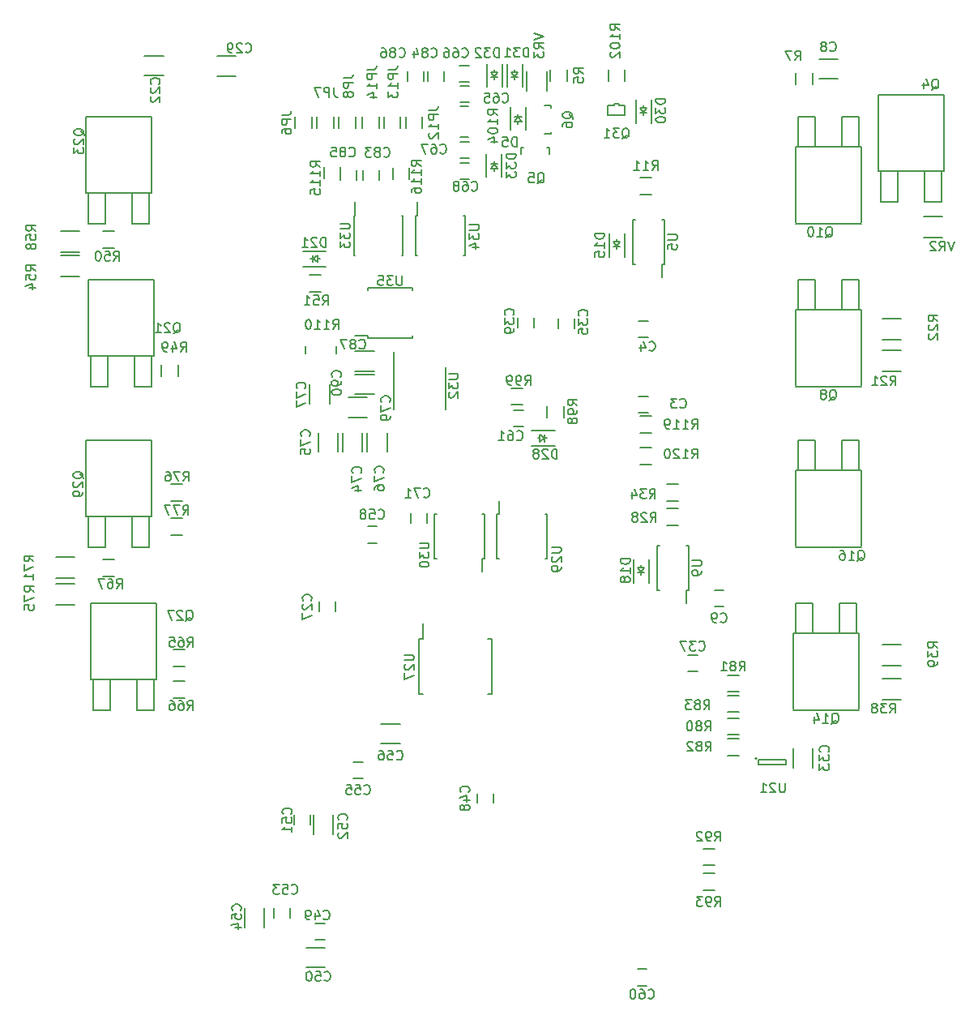
<source format=gbr>
G04 #@! TF.FileFunction,Legend,Bot*
%FSLAX46Y46*%
G04 Gerber Fmt 4.6, Leading zero omitted, Abs format (unit mm)*
G04 Created by KiCad (PCBNEW 4.0.5-e0-6337~49~ubuntu16.04.1) date Sun Jan 22 10:16:39 2017*
%MOMM*%
%LPD*%
G01*
G04 APERTURE LIST*
%ADD10C,0.050000*%
%ADD11C,0.150000*%
G04 APERTURE END LIST*
D10*
D11*
X118971300Y-114384100D02*
X119421300Y-114384100D01*
X118971300Y-120134100D02*
X119421300Y-120134100D01*
X126621300Y-120134100D02*
X126171300Y-120134100D01*
X126621300Y-114384100D02*
X126171300Y-114384100D01*
X118971300Y-114384100D02*
X118971300Y-120134100D01*
X126621300Y-114384100D02*
X126621300Y-120134100D01*
X119421300Y-114384100D02*
X119421300Y-112784100D01*
X142994000Y-90766000D02*
X141994000Y-90766000D01*
X141994000Y-89066000D02*
X142994000Y-89066000D01*
X142994000Y-82892000D02*
X141994000Y-82892000D01*
X141994000Y-81192000D02*
X142994000Y-81192000D01*
X160798000Y-53839000D02*
X162798000Y-53839000D01*
X162798000Y-55889000D02*
X160798000Y-55889000D01*
X150880700Y-110971700D02*
X149880700Y-110971700D01*
X149880700Y-109271700D02*
X150880700Y-109271700D01*
X92325700Y-55508000D02*
X90325700Y-55508000D01*
X90325700Y-53458000D02*
X92325700Y-53458000D01*
X108624000Y-111498000D02*
X108624000Y-110498000D01*
X110324000Y-110498000D02*
X110324000Y-111498000D01*
X99907600Y-55584200D02*
X97907600Y-55584200D01*
X97907600Y-53534200D02*
X99907600Y-53534200D01*
X160143300Y-125796800D02*
X160143300Y-127796800D01*
X158093300Y-127796800D02*
X158093300Y-125796800D01*
X133541400Y-81919700D02*
X133541400Y-80919700D01*
X135241400Y-80919700D02*
X135241400Y-81919700D01*
X147150200Y-116091600D02*
X148150200Y-116091600D01*
X148150200Y-117791600D02*
X147150200Y-117791600D01*
X129375800Y-81856200D02*
X129375800Y-80856200D01*
X131075800Y-80856200D02*
X131075800Y-81856200D01*
X125108600Y-131513200D02*
X125108600Y-130513200D01*
X126808600Y-130513200D02*
X126808600Y-131513200D01*
X108173900Y-144107800D02*
X109173900Y-144107800D01*
X109173900Y-145807800D02*
X108173900Y-145807800D01*
X107229400Y-146599800D02*
X109229400Y-146599800D01*
X109229400Y-148649800D02*
X107229400Y-148649800D01*
X105957000Y-133723000D02*
X105957000Y-132723000D01*
X107657000Y-132723000D02*
X107657000Y-133723000D01*
X108017200Y-134743700D02*
X108017200Y-132743700D01*
X110067200Y-132743700D02*
X110067200Y-134743700D01*
X103874200Y-143514700D02*
X103874200Y-142514700D01*
X105574200Y-142514700D02*
X105574200Y-143514700D01*
X100790900Y-144510000D02*
X100790900Y-142510000D01*
X102840900Y-142510000D02*
X102840900Y-144510000D01*
X113149000Y-128904100D02*
X112149000Y-128904100D01*
X112149000Y-127204100D02*
X113149000Y-127204100D01*
X117039900Y-125294500D02*
X115039900Y-125294500D01*
X115039900Y-123244500D02*
X117039900Y-123244500D01*
X113634900Y-102642300D02*
X114634900Y-102642300D01*
X114634900Y-104342300D02*
X113634900Y-104342300D01*
X142841600Y-150570300D02*
X141841600Y-150570300D01*
X141841600Y-148870300D02*
X142841600Y-148870300D01*
X128913000Y-90488400D02*
X129913000Y-90488400D01*
X129913000Y-92188400D02*
X128913000Y-92188400D01*
X123299600Y-56630200D02*
X124299600Y-56630200D01*
X124299600Y-58330200D02*
X123299600Y-58330200D01*
X123274200Y-54522000D02*
X124274200Y-54522000D01*
X124274200Y-56222000D02*
X123274200Y-56222000D01*
X123299600Y-62497600D02*
X124299600Y-62497600D01*
X124299600Y-64197600D02*
X123299600Y-64197600D01*
X123299600Y-64656600D02*
X124299600Y-64656600D01*
X124299600Y-66356600D02*
X123299600Y-66356600D01*
X119887100Y-101265100D02*
X119887100Y-102265100D01*
X118187100Y-102265100D02*
X118187100Y-101265100D01*
X111039800Y-94827600D02*
X111039800Y-92827600D01*
X113089800Y-92827600D02*
X113089800Y-94827600D01*
X108474400Y-94827600D02*
X108474400Y-92827600D01*
X110524400Y-92827600D02*
X110524400Y-94827600D01*
X113630600Y-94827600D02*
X113630600Y-92827600D01*
X115680600Y-92827600D02*
X115680600Y-94827600D01*
X107610800Y-89798400D02*
X107610800Y-87798400D01*
X109660800Y-87798400D02*
X109660800Y-89798400D01*
X111623600Y-89170400D02*
X113623600Y-89170400D01*
X113623600Y-91220400D02*
X111623600Y-91220400D01*
X114845200Y-65413000D02*
X114845200Y-66413000D01*
X113145200Y-66413000D02*
X113145200Y-65413000D01*
X121677800Y-55126000D02*
X121677800Y-56126000D01*
X119977800Y-56126000D02*
X119977800Y-55126000D01*
X112483000Y-65413000D02*
X112483000Y-66413000D01*
X110783000Y-66413000D02*
X110783000Y-65413000D01*
X119493400Y-55126000D02*
X119493400Y-56126000D01*
X117793400Y-56126000D02*
X117793400Y-55126000D01*
X114334800Y-86394400D02*
X112334800Y-86394400D01*
X112334800Y-84344400D02*
X114334800Y-84344400D01*
X112334800Y-86757400D02*
X114334800Y-86757400D01*
X114334800Y-88807400D02*
X112334800Y-88807400D01*
X139700000Y-72902000D02*
X139700000Y-72652000D01*
X139700000Y-73402000D02*
X139700000Y-73652000D01*
X139700000Y-73402000D02*
X140050000Y-72902000D01*
X140050000Y-72902000D02*
X139350000Y-72902000D01*
X139350000Y-72902000D02*
X139700000Y-73402000D01*
X140050000Y-73402000D02*
X139350000Y-73402000D01*
X138900000Y-74452000D02*
X138900000Y-72052000D01*
X140500000Y-74452000D02*
X140500000Y-72052000D01*
X142240000Y-106938000D02*
X142240000Y-106688000D01*
X142240000Y-107438000D02*
X142240000Y-107688000D01*
X142240000Y-107438000D02*
X142590000Y-106938000D01*
X142590000Y-106938000D02*
X141890000Y-106938000D01*
X141890000Y-106938000D02*
X142240000Y-107438000D01*
X142590000Y-107438000D02*
X141890000Y-107438000D01*
X141440000Y-108488000D02*
X141440000Y-106088000D01*
X143040000Y-108488000D02*
X143040000Y-106088000D01*
X108454000Y-74676000D02*
X108704000Y-74676000D01*
X107954000Y-74676000D02*
X107704000Y-74676000D01*
X107954000Y-74676000D02*
X108454000Y-75026000D01*
X108454000Y-75026000D02*
X108454000Y-74326000D01*
X108454000Y-74326000D02*
X107954000Y-74676000D01*
X107954000Y-75026000D02*
X107954000Y-74326000D01*
X106904000Y-73876000D02*
X109304000Y-73876000D01*
X106904000Y-75476000D02*
X109304000Y-75476000D01*
X131664900Y-93408500D02*
X131414900Y-93408500D01*
X132164900Y-93408500D02*
X132414900Y-93408500D01*
X132164900Y-93408500D02*
X131664900Y-93058500D01*
X131664900Y-93058500D02*
X131664900Y-93758500D01*
X131664900Y-93758500D02*
X132164900Y-93408500D01*
X132164900Y-93058500D02*
X132164900Y-93758500D01*
X133214900Y-94208500D02*
X130814900Y-94208500D01*
X133214900Y-92608500D02*
X130814900Y-92608500D01*
X142468600Y-58932000D02*
X142468600Y-58682000D01*
X142468600Y-59432000D02*
X142468600Y-59682000D01*
X142468600Y-59432000D02*
X142818600Y-58932000D01*
X142818600Y-58932000D02*
X142118600Y-58932000D01*
X142118600Y-58932000D02*
X142468600Y-59432000D01*
X142818600Y-59432000D02*
X142118600Y-59432000D01*
X141668600Y-60482000D02*
X141668600Y-58082000D01*
X143268600Y-60482000D02*
X143268600Y-58082000D01*
X129006600Y-55172800D02*
X129006600Y-54922800D01*
X129006600Y-55672800D02*
X129006600Y-55922800D01*
X129006600Y-55672800D02*
X129356600Y-55172800D01*
X129356600Y-55172800D02*
X128656600Y-55172800D01*
X128656600Y-55172800D02*
X129006600Y-55672800D01*
X129356600Y-55672800D02*
X128656600Y-55672800D01*
X128206600Y-56722800D02*
X128206600Y-54322800D01*
X129806600Y-56722800D02*
X129806600Y-54322800D01*
X126898400Y-55172800D02*
X126898400Y-54922800D01*
X126898400Y-55672800D02*
X126898400Y-55922800D01*
X126898400Y-55672800D02*
X127248400Y-55172800D01*
X127248400Y-55172800D02*
X126548400Y-55172800D01*
X126548400Y-55172800D02*
X126898400Y-55672800D01*
X127248400Y-55672800D02*
X126548400Y-55672800D01*
X126098400Y-56722800D02*
X126098400Y-54322800D01*
X127698400Y-56722800D02*
X127698400Y-54322800D01*
X126873000Y-65274000D02*
X126873000Y-65524000D01*
X126873000Y-64774000D02*
X126873000Y-64524000D01*
X126873000Y-64774000D02*
X126523000Y-65274000D01*
X126523000Y-65274000D02*
X127223000Y-65274000D01*
X127223000Y-65274000D02*
X126873000Y-64774000D01*
X126523000Y-64774000D02*
X127223000Y-64774000D01*
X127673000Y-63724000D02*
X127673000Y-66124000D01*
X126073000Y-63724000D02*
X126073000Y-66124000D01*
X106059000Y-59852000D02*
X106059000Y-61052000D01*
X107809000Y-61052000D02*
X107809000Y-59852000D01*
X108345000Y-59852000D02*
X108345000Y-61052000D01*
X110095000Y-61052000D02*
X110095000Y-59852000D01*
X112381000Y-61052000D02*
X112381000Y-59852000D01*
X110631000Y-59852000D02*
X110631000Y-61052000D01*
X117616000Y-59852000D02*
X117616000Y-61052000D01*
X119366000Y-61052000D02*
X119366000Y-59852000D01*
X115355400Y-59852000D02*
X115355400Y-61052000D01*
X117105400Y-61052000D02*
X117105400Y-59852000D01*
X114870200Y-61052000D02*
X114870200Y-59852000D01*
X113120200Y-59852000D02*
X113120200Y-61052000D01*
X169037000Y-65532000D02*
X169037000Y-68707000D01*
X169037000Y-68707000D02*
X167259000Y-68707000D01*
X167259000Y-68707000D02*
X167259000Y-65532000D01*
X173609000Y-65532000D02*
X173609000Y-68707000D01*
X173609000Y-68707000D02*
X171831000Y-68707000D01*
X171831000Y-68707000D02*
X171831000Y-65532000D01*
X167005000Y-59436000D02*
X167005000Y-65532000D01*
X167005000Y-65532000D02*
X173863000Y-65532000D01*
X173863000Y-65532000D02*
X173863000Y-57658000D01*
X173863000Y-57531000D02*
X167005000Y-57531000D01*
X167005000Y-57658000D02*
X167005000Y-59436000D01*
X163195000Y-80010000D02*
X163195000Y-76835000D01*
X163195000Y-76835000D02*
X164973000Y-76835000D01*
X164973000Y-76835000D02*
X164973000Y-80010000D01*
X158623000Y-80010000D02*
X158623000Y-76835000D01*
X158623000Y-76835000D02*
X160401000Y-76835000D01*
X160401000Y-76835000D02*
X160401000Y-80010000D01*
X165227000Y-86106000D02*
X165227000Y-80010000D01*
X165227000Y-80010000D02*
X158369000Y-80010000D01*
X158369000Y-80010000D02*
X158369000Y-87884000D01*
X158369000Y-88011000D02*
X165227000Y-88011000D01*
X165227000Y-87884000D02*
X165227000Y-86106000D01*
X163195000Y-62992000D02*
X163195000Y-59817000D01*
X163195000Y-59817000D02*
X164973000Y-59817000D01*
X164973000Y-59817000D02*
X164973000Y-62992000D01*
X158623000Y-62992000D02*
X158623000Y-59817000D01*
X158623000Y-59817000D02*
X160401000Y-59817000D01*
X160401000Y-59817000D02*
X160401000Y-62992000D01*
X165227000Y-69088000D02*
X165227000Y-62992000D01*
X165227000Y-62992000D02*
X158369000Y-62992000D01*
X158369000Y-62992000D02*
X158369000Y-70866000D01*
X158369000Y-70993000D02*
X165227000Y-70993000D01*
X165227000Y-70866000D02*
X165227000Y-69088000D01*
X162941000Y-113792000D02*
X162941000Y-110617000D01*
X162941000Y-110617000D02*
X164719000Y-110617000D01*
X164719000Y-110617000D02*
X164719000Y-113792000D01*
X158369000Y-113792000D02*
X158369000Y-110617000D01*
X158369000Y-110617000D02*
X160147000Y-110617000D01*
X160147000Y-110617000D02*
X160147000Y-113792000D01*
X164973000Y-119888000D02*
X164973000Y-113792000D01*
X164973000Y-113792000D02*
X158115000Y-113792000D01*
X158115000Y-113792000D02*
X158115000Y-121666000D01*
X158115000Y-121793000D02*
X164973000Y-121793000D01*
X164973000Y-121666000D02*
X164973000Y-119888000D01*
X163195000Y-96774000D02*
X163195000Y-93599000D01*
X163195000Y-93599000D02*
X164973000Y-93599000D01*
X164973000Y-93599000D02*
X164973000Y-96774000D01*
X158623000Y-96774000D02*
X158623000Y-93599000D01*
X158623000Y-93599000D02*
X160401000Y-93599000D01*
X160401000Y-93599000D02*
X160401000Y-96774000D01*
X165227000Y-102870000D02*
X165227000Y-96774000D01*
X165227000Y-96774000D02*
X158369000Y-96774000D01*
X158369000Y-96774000D02*
X158369000Y-104648000D01*
X158369000Y-104775000D02*
X165227000Y-104775000D01*
X165227000Y-104648000D02*
X165227000Y-102870000D01*
X86487000Y-84836000D02*
X86487000Y-88011000D01*
X86487000Y-88011000D02*
X84709000Y-88011000D01*
X84709000Y-88011000D02*
X84709000Y-84836000D01*
X91059000Y-84836000D02*
X91059000Y-88011000D01*
X91059000Y-88011000D02*
X89281000Y-88011000D01*
X89281000Y-88011000D02*
X89281000Y-84836000D01*
X84455000Y-78740000D02*
X84455000Y-84836000D01*
X84455000Y-84836000D02*
X91313000Y-84836000D01*
X91313000Y-84836000D02*
X91313000Y-76962000D01*
X91313000Y-76835000D02*
X84455000Y-76835000D01*
X84455000Y-76962000D02*
X84455000Y-78740000D01*
X86741000Y-118618000D02*
X86741000Y-121793000D01*
X86741000Y-121793000D02*
X84963000Y-121793000D01*
X84963000Y-121793000D02*
X84963000Y-118618000D01*
X91313000Y-118618000D02*
X91313000Y-121793000D01*
X91313000Y-121793000D02*
X89535000Y-121793000D01*
X89535000Y-121793000D02*
X89535000Y-118618000D01*
X84709000Y-112522000D02*
X84709000Y-118618000D01*
X84709000Y-118618000D02*
X91567000Y-118618000D01*
X91567000Y-118618000D02*
X91567000Y-110744000D01*
X91567000Y-110617000D02*
X84709000Y-110617000D01*
X84709000Y-110744000D02*
X84709000Y-112522000D01*
X139903200Y-58635900D02*
X140538200Y-58635900D01*
X140538200Y-58635900D02*
X140538200Y-59651900D01*
X138760200Y-59651900D02*
X138760200Y-58635900D01*
X138760200Y-58635900D02*
X139395200Y-58635900D01*
X139903200Y-58508900D02*
X139903200Y-58635900D01*
X139395200Y-58635900D02*
X139395200Y-58508900D01*
X140538200Y-59651900D02*
X138760200Y-59651900D01*
X139395200Y-58508900D02*
X139903200Y-58508900D01*
X132767100Y-54911700D02*
X132767100Y-56111700D01*
X134517100Y-56111700D02*
X134517100Y-54911700D01*
X158383000Y-55280000D02*
X158383000Y-56480000D01*
X160133000Y-56480000D02*
X160133000Y-55280000D01*
X142148000Y-67931000D02*
X143348000Y-67931000D01*
X143348000Y-66181000D02*
X142148000Y-66181000D01*
X144942000Y-102475000D02*
X146142000Y-102475000D01*
X146142000Y-100725000D02*
X144942000Y-100725000D01*
X144942000Y-99935000D02*
X146142000Y-99935000D01*
X146142000Y-98185000D02*
X144942000Y-98185000D01*
X86014000Y-73519000D02*
X87214000Y-73519000D01*
X87214000Y-71769000D02*
X86014000Y-71769000D01*
X107604000Y-78091000D02*
X108804000Y-78091000D01*
X108804000Y-76341000D02*
X107604000Y-76341000D01*
X81550000Y-76513000D02*
X83550000Y-76513000D01*
X83550000Y-74363000D02*
X81550000Y-74363000D01*
X81550000Y-73973000D02*
X83550000Y-73973000D01*
X83550000Y-71823000D02*
X81550000Y-71823000D01*
X86014000Y-107809000D02*
X87214000Y-107809000D01*
X87214000Y-106059000D02*
X86014000Y-106059000D01*
X81042000Y-108009000D02*
X83042000Y-108009000D01*
X83042000Y-105859000D02*
X81042000Y-105859000D01*
X81042000Y-110803000D02*
X83042000Y-110803000D01*
X83042000Y-108653000D02*
X81042000Y-108653000D01*
X152453900Y-122632500D02*
X151253900Y-122632500D01*
X151253900Y-124382500D02*
X152453900Y-124382500D01*
X151292000Y-119912100D02*
X152492000Y-119912100D01*
X152492000Y-118162100D02*
X151292000Y-118162100D01*
X152453900Y-124804200D02*
X151253900Y-124804200D01*
X151253900Y-126554200D02*
X152453900Y-126554200D01*
X151292000Y-122020300D02*
X152492000Y-122020300D01*
X152492000Y-120270300D02*
X151292000Y-120270300D01*
X148688500Y-138009600D02*
X149888500Y-138009600D01*
X149888500Y-136259600D02*
X148688500Y-136259600D01*
X149888500Y-138850400D02*
X148688500Y-138850400D01*
X148688500Y-140600400D02*
X149888500Y-140600400D01*
X134148800Y-91252600D02*
X134148800Y-90052600D01*
X132398800Y-90052600D02*
X132398800Y-91252600D01*
X128635200Y-89940100D02*
X129835200Y-89940100D01*
X129835200Y-88190100D02*
X128635200Y-88190100D01*
X109081600Y-65109800D02*
X109081600Y-66309800D01*
X110831600Y-66309800D02*
X110831600Y-65109800D01*
X144627000Y-75223000D02*
X144427000Y-75223000D01*
X144627000Y-70573000D02*
X144427000Y-70573000D01*
X141377000Y-70573000D02*
X141577000Y-70573000D01*
X141377000Y-75223000D02*
X141577000Y-75223000D01*
X144627000Y-75223000D02*
X144627000Y-70573000D01*
X141377000Y-75223000D02*
X141377000Y-70573000D01*
X144427000Y-75223000D02*
X144427000Y-76573000D01*
X147167000Y-109259000D02*
X146967000Y-109259000D01*
X147167000Y-104609000D02*
X146967000Y-104609000D01*
X143917000Y-104609000D02*
X144117000Y-104609000D01*
X143917000Y-109259000D02*
X144117000Y-109259000D01*
X147167000Y-109259000D02*
X147167000Y-104609000D01*
X143917000Y-109259000D02*
X143917000Y-104609000D01*
X146967000Y-109259000D02*
X146967000Y-110609000D01*
X154330600Y-126841300D02*
G75*
G03X154330600Y-126841300I-100000J0D01*
G01*
X154480600Y-127491300D02*
X154480600Y-126991300D01*
X157380600Y-127491300D02*
X154480600Y-127491300D01*
X157380600Y-126991300D02*
X157380600Y-127491300D01*
X154480600Y-126991300D02*
X157380600Y-126991300D01*
X127169000Y-101332400D02*
X127394000Y-101332400D01*
X127169000Y-105982400D02*
X127394000Y-105982400D01*
X132419000Y-105982400D02*
X132194000Y-105982400D01*
X132419000Y-101332400D02*
X132194000Y-101332400D01*
X127169000Y-101332400D02*
X127169000Y-105982400D01*
X132419000Y-101332400D02*
X132419000Y-105982400D01*
X127394000Y-101332400D02*
X127394000Y-99982400D01*
X125865800Y-105957000D02*
X125640800Y-105957000D01*
X125865800Y-101307000D02*
X125640800Y-101307000D01*
X120615800Y-101307000D02*
X120840800Y-101307000D01*
X120615800Y-105957000D02*
X120840800Y-105957000D01*
X125865800Y-105957000D02*
X125865800Y-101307000D01*
X120615800Y-105957000D02*
X120615800Y-101307000D01*
X125640800Y-105957000D02*
X125640800Y-107307000D01*
X121800200Y-86014200D02*
X121800200Y-90414200D01*
X116350200Y-84439200D02*
X116350200Y-90414200D01*
X112207600Y-70137200D02*
X112352600Y-70137200D01*
X112207600Y-74287200D02*
X112352600Y-74287200D01*
X117357600Y-74287200D02*
X117212600Y-74287200D01*
X117357600Y-70137200D02*
X117212600Y-70137200D01*
X112207600Y-70137200D02*
X112207600Y-74287200D01*
X117357600Y-70137200D02*
X117357600Y-74287200D01*
X112352600Y-70137200D02*
X112352600Y-68737200D01*
X118684600Y-70137200D02*
X118829600Y-70137200D01*
X118684600Y-74287200D02*
X118829600Y-74287200D01*
X123834600Y-74287200D02*
X123689600Y-74287200D01*
X123834600Y-70137200D02*
X123689600Y-70137200D01*
X118684600Y-70137200D02*
X118684600Y-74287200D01*
X123834600Y-70137200D02*
X123834600Y-74287200D01*
X118829600Y-70137200D02*
X118829600Y-68737200D01*
X113651400Y-82965200D02*
X113651400Y-82740200D01*
X118301400Y-82965200D02*
X118301400Y-82740200D01*
X118301400Y-77715200D02*
X118301400Y-77940200D01*
X113651400Y-77715200D02*
X113651400Y-77940200D01*
X113651400Y-82965200D02*
X118301400Y-82965200D01*
X113651400Y-77715200D02*
X118301400Y-77715200D01*
X113651400Y-82740200D02*
X112301400Y-82740200D01*
X173720000Y-70299000D02*
X171720000Y-70299000D01*
X171720000Y-72449000D02*
X173720000Y-72449000D01*
X130230300Y-55108600D02*
X130230300Y-57108600D01*
X132380300Y-57108600D02*
X132380300Y-55108600D01*
X167402000Y-83117000D02*
X169402000Y-83117000D01*
X169402000Y-80967000D02*
X167402000Y-80967000D01*
X167402000Y-117153000D02*
X169402000Y-117153000D01*
X169402000Y-115003000D02*
X167402000Y-115003000D01*
X129374900Y-60371800D02*
X129374900Y-60621800D01*
X129374900Y-59871800D02*
X129374900Y-59621800D01*
X129374900Y-59871800D02*
X129024900Y-60371800D01*
X129024900Y-60371800D02*
X129724900Y-60371800D01*
X129724900Y-60371800D02*
X129374900Y-59871800D01*
X129024900Y-59871800D02*
X129724900Y-59871800D01*
X130174900Y-58821800D02*
X130174900Y-61221800D01*
X128574900Y-58821800D02*
X128574900Y-61221800D01*
X129866440Y-63052960D02*
X129914700Y-63052960D01*
X132665420Y-63754000D02*
X132665420Y-63052960D01*
X132665420Y-63052960D02*
X132416500Y-63052960D01*
X129866440Y-63052960D02*
X129665780Y-63052960D01*
X129665780Y-63052960D02*
X129665780Y-63754000D01*
X132806440Y-58860740D02*
X132806440Y-58909000D01*
X132105400Y-61659720D02*
X132806440Y-61659720D01*
X132806440Y-61659720D02*
X132806440Y-61410800D01*
X132806440Y-58860740D02*
X132806440Y-58660080D01*
X132806440Y-58660080D02*
X132105400Y-58660080D01*
X86233000Y-67818000D02*
X86233000Y-70993000D01*
X86233000Y-70993000D02*
X84455000Y-70993000D01*
X84455000Y-70993000D02*
X84455000Y-67818000D01*
X90805000Y-67818000D02*
X90805000Y-70993000D01*
X90805000Y-70993000D02*
X89027000Y-70993000D01*
X89027000Y-70993000D02*
X89027000Y-67818000D01*
X84201000Y-61722000D02*
X84201000Y-67818000D01*
X84201000Y-67818000D02*
X91059000Y-67818000D01*
X91059000Y-67818000D02*
X91059000Y-59944000D01*
X91059000Y-59817000D02*
X84201000Y-59817000D01*
X84201000Y-59944000D02*
X84201000Y-61722000D01*
X86233000Y-101600000D02*
X86233000Y-104775000D01*
X86233000Y-104775000D02*
X84455000Y-104775000D01*
X84455000Y-104775000D02*
X84455000Y-101600000D01*
X90805000Y-101600000D02*
X90805000Y-104775000D01*
X90805000Y-104775000D02*
X89027000Y-104775000D01*
X89027000Y-104775000D02*
X89027000Y-101600000D01*
X84201000Y-95504000D02*
X84201000Y-101600000D01*
X84201000Y-101600000D02*
X91059000Y-101600000D01*
X91059000Y-101600000D02*
X91059000Y-93726000D01*
X91059000Y-93599000D02*
X84201000Y-93599000D01*
X84201000Y-93726000D02*
X84201000Y-95504000D01*
X167402000Y-86419000D02*
X169402000Y-86419000D01*
X169402000Y-84269000D02*
X167402000Y-84269000D01*
X167402000Y-120709000D02*
X169402000Y-120709000D01*
X169402000Y-118559000D02*
X167402000Y-118559000D01*
X140536900Y-56111700D02*
X140536900Y-54911700D01*
X138786900Y-54911700D02*
X138786900Y-56111700D01*
X123348800Y-62000800D02*
X124148800Y-62000800D01*
X123348800Y-58750800D02*
X124148800Y-58750800D01*
X107163200Y-83801000D02*
X107163200Y-84601000D01*
X110413200Y-83801000D02*
X110413200Y-84601000D01*
X116269800Y-65160600D02*
X116269800Y-66360600D01*
X118019800Y-66360600D02*
X118019800Y-65160600D01*
X93839000Y-86960000D02*
X93839000Y-85760000D01*
X92089000Y-85760000D02*
X92089000Y-86960000D01*
X94580000Y-115457000D02*
X93380000Y-115457000D01*
X93380000Y-117207000D02*
X94580000Y-117207000D01*
X94580000Y-118759000D02*
X93380000Y-118759000D01*
X93380000Y-120509000D02*
X94580000Y-120509000D01*
X93126000Y-99935000D02*
X94326000Y-99935000D01*
X94326000Y-98185000D02*
X93126000Y-98185000D01*
X93126000Y-103491000D02*
X94326000Y-103491000D01*
X94326000Y-101741000D02*
X93126000Y-101741000D01*
X143348000Y-91073000D02*
X142148000Y-91073000D01*
X142148000Y-92823000D02*
X143348000Y-92823000D01*
X143348000Y-94375000D02*
X142148000Y-94375000D01*
X142148000Y-96125000D02*
X143348000Y-96125000D01*
X117498681Y-116021005D02*
X118308205Y-116021005D01*
X118403443Y-116068624D01*
X118451062Y-116116243D01*
X118498681Y-116211481D01*
X118498681Y-116401958D01*
X118451062Y-116497196D01*
X118403443Y-116544815D01*
X118308205Y-116592434D01*
X117498681Y-116592434D01*
X117593919Y-117021005D02*
X117546300Y-117068624D01*
X117498681Y-117163862D01*
X117498681Y-117401958D01*
X117546300Y-117497196D01*
X117593919Y-117544815D01*
X117689157Y-117592434D01*
X117784395Y-117592434D01*
X117927252Y-117544815D01*
X118498681Y-116973386D01*
X118498681Y-117592434D01*
X117498681Y-117925767D02*
X117498681Y-118592434D01*
X118498681Y-118163862D01*
X146305566Y-90171543D02*
X146353185Y-90219162D01*
X146496042Y-90266781D01*
X146591280Y-90266781D01*
X146734138Y-90219162D01*
X146829376Y-90123924D01*
X146876995Y-90028686D01*
X146924614Y-89838210D01*
X146924614Y-89695352D01*
X146876995Y-89504876D01*
X146829376Y-89409638D01*
X146734138Y-89314400D01*
X146591280Y-89266781D01*
X146496042Y-89266781D01*
X146353185Y-89314400D01*
X146305566Y-89362019D01*
X145972233Y-89266781D02*
X145353185Y-89266781D01*
X145686519Y-89647733D01*
X145543661Y-89647733D01*
X145448423Y-89695352D01*
X145400804Y-89742971D01*
X145353185Y-89838210D01*
X145353185Y-90076305D01*
X145400804Y-90171543D01*
X145448423Y-90219162D01*
X145543661Y-90266781D01*
X145829376Y-90266781D01*
X145924614Y-90219162D01*
X145972233Y-90171543D01*
X143079766Y-84215243D02*
X143127385Y-84262862D01*
X143270242Y-84310481D01*
X143365480Y-84310481D01*
X143508338Y-84262862D01*
X143603576Y-84167624D01*
X143651195Y-84072386D01*
X143698814Y-83881910D01*
X143698814Y-83739052D01*
X143651195Y-83548576D01*
X143603576Y-83453338D01*
X143508338Y-83358100D01*
X143365480Y-83310481D01*
X143270242Y-83310481D01*
X143127385Y-83358100D01*
X143079766Y-83405719D01*
X142222623Y-83643814D02*
X142222623Y-84310481D01*
X142460719Y-83262862D02*
X142698814Y-83977148D01*
X142079766Y-83977148D01*
X161964666Y-52921143D02*
X162012285Y-52968762D01*
X162155142Y-53016381D01*
X162250380Y-53016381D01*
X162393238Y-52968762D01*
X162488476Y-52873524D01*
X162536095Y-52778286D01*
X162583714Y-52587810D01*
X162583714Y-52444952D01*
X162536095Y-52254476D01*
X162488476Y-52159238D01*
X162393238Y-52064000D01*
X162250380Y-52016381D01*
X162155142Y-52016381D01*
X162012285Y-52064000D01*
X161964666Y-52111619D01*
X161393238Y-52444952D02*
X161488476Y-52397333D01*
X161536095Y-52349714D01*
X161583714Y-52254476D01*
X161583714Y-52206857D01*
X161536095Y-52111619D01*
X161488476Y-52064000D01*
X161393238Y-52016381D01*
X161202761Y-52016381D01*
X161107523Y-52064000D01*
X161059904Y-52111619D01*
X161012285Y-52206857D01*
X161012285Y-52254476D01*
X161059904Y-52349714D01*
X161107523Y-52397333D01*
X161202761Y-52444952D01*
X161393238Y-52444952D01*
X161488476Y-52492571D01*
X161536095Y-52540190D01*
X161583714Y-52635429D01*
X161583714Y-52825905D01*
X161536095Y-52921143D01*
X161488476Y-52968762D01*
X161393238Y-53016381D01*
X161202761Y-53016381D01*
X161107523Y-52968762D01*
X161059904Y-52921143D01*
X161012285Y-52825905D01*
X161012285Y-52635429D01*
X161059904Y-52540190D01*
X161107523Y-52492571D01*
X161202761Y-52444952D01*
X150547366Y-112578843D02*
X150594985Y-112626462D01*
X150737842Y-112674081D01*
X150833080Y-112674081D01*
X150975938Y-112626462D01*
X151071176Y-112531224D01*
X151118795Y-112435986D01*
X151166414Y-112245510D01*
X151166414Y-112102652D01*
X151118795Y-111912176D01*
X151071176Y-111816938D01*
X150975938Y-111721700D01*
X150833080Y-111674081D01*
X150737842Y-111674081D01*
X150594985Y-111721700D01*
X150547366Y-111769319D01*
X150071176Y-112674081D02*
X149880700Y-112674081D01*
X149785461Y-112626462D01*
X149737842Y-112578843D01*
X149642604Y-112435986D01*
X149594985Y-112245510D01*
X149594985Y-111864557D01*
X149642604Y-111769319D01*
X149690223Y-111721700D01*
X149785461Y-111674081D01*
X149975938Y-111674081D01*
X150071176Y-111721700D01*
X150118795Y-111769319D01*
X150166414Y-111864557D01*
X150166414Y-112102652D01*
X150118795Y-112197890D01*
X150071176Y-112245510D01*
X149975938Y-112293129D01*
X149785461Y-112293129D01*
X149690223Y-112245510D01*
X149642604Y-112197890D01*
X149594985Y-112102652D01*
X91860643Y-56418243D02*
X91908262Y-56370624D01*
X91955881Y-56227767D01*
X91955881Y-56132529D01*
X91908262Y-55989671D01*
X91813024Y-55894433D01*
X91717786Y-55846814D01*
X91527310Y-55799195D01*
X91384452Y-55799195D01*
X91193976Y-55846814D01*
X91098738Y-55894433D01*
X91003500Y-55989671D01*
X90955881Y-56132529D01*
X90955881Y-56227767D01*
X91003500Y-56370624D01*
X91051119Y-56418243D01*
X91051119Y-56799195D02*
X91003500Y-56846814D01*
X90955881Y-56942052D01*
X90955881Y-57180148D01*
X91003500Y-57275386D01*
X91051119Y-57323005D01*
X91146357Y-57370624D01*
X91241595Y-57370624D01*
X91384452Y-57323005D01*
X91955881Y-56751576D01*
X91955881Y-57370624D01*
X91051119Y-57751576D02*
X91003500Y-57799195D01*
X90955881Y-57894433D01*
X90955881Y-58132529D01*
X91003500Y-58227767D01*
X91051119Y-58275386D01*
X91146357Y-58323005D01*
X91241595Y-58323005D01*
X91384452Y-58275386D01*
X91955881Y-57703957D01*
X91955881Y-58323005D01*
X107731143Y-110355143D02*
X107778762Y-110307524D01*
X107826381Y-110164667D01*
X107826381Y-110069429D01*
X107778762Y-109926571D01*
X107683524Y-109831333D01*
X107588286Y-109783714D01*
X107397810Y-109736095D01*
X107254952Y-109736095D01*
X107064476Y-109783714D01*
X106969238Y-109831333D01*
X106874000Y-109926571D01*
X106826381Y-110069429D01*
X106826381Y-110164667D01*
X106874000Y-110307524D01*
X106921619Y-110355143D01*
X106921619Y-110736095D02*
X106874000Y-110783714D01*
X106826381Y-110878952D01*
X106826381Y-111117048D01*
X106874000Y-111212286D01*
X106921619Y-111259905D01*
X107016857Y-111307524D01*
X107112095Y-111307524D01*
X107254952Y-111259905D01*
X107826381Y-110688476D01*
X107826381Y-111307524D01*
X106826381Y-111640857D02*
X106826381Y-112307524D01*
X107826381Y-111878952D01*
X100896657Y-53062143D02*
X100944276Y-53109762D01*
X101087133Y-53157381D01*
X101182371Y-53157381D01*
X101325229Y-53109762D01*
X101420467Y-53014524D01*
X101468086Y-52919286D01*
X101515705Y-52728810D01*
X101515705Y-52585952D01*
X101468086Y-52395476D01*
X101420467Y-52300238D01*
X101325229Y-52205000D01*
X101182371Y-52157381D01*
X101087133Y-52157381D01*
X100944276Y-52205000D01*
X100896657Y-52252619D01*
X100515705Y-52252619D02*
X100468086Y-52205000D01*
X100372848Y-52157381D01*
X100134752Y-52157381D01*
X100039514Y-52205000D01*
X99991895Y-52252619D01*
X99944276Y-52347857D01*
X99944276Y-52443095D01*
X99991895Y-52585952D01*
X100563324Y-53157381D01*
X99944276Y-53157381D01*
X99468086Y-53157381D02*
X99277610Y-53157381D01*
X99182371Y-53109762D01*
X99134752Y-53062143D01*
X99039514Y-52919286D01*
X98991895Y-52728810D01*
X98991895Y-52347857D01*
X99039514Y-52252619D01*
X99087133Y-52205000D01*
X99182371Y-52157381D01*
X99372848Y-52157381D01*
X99468086Y-52205000D01*
X99515705Y-52252619D01*
X99563324Y-52347857D01*
X99563324Y-52585952D01*
X99515705Y-52681190D01*
X99468086Y-52728810D01*
X99372848Y-52776429D01*
X99182371Y-52776429D01*
X99087133Y-52728810D01*
X99039514Y-52681190D01*
X98991895Y-52585952D01*
X161775443Y-126153943D02*
X161823062Y-126106324D01*
X161870681Y-125963467D01*
X161870681Y-125868229D01*
X161823062Y-125725371D01*
X161727824Y-125630133D01*
X161632586Y-125582514D01*
X161442110Y-125534895D01*
X161299252Y-125534895D01*
X161108776Y-125582514D01*
X161013538Y-125630133D01*
X160918300Y-125725371D01*
X160870681Y-125868229D01*
X160870681Y-125963467D01*
X160918300Y-126106324D01*
X160965919Y-126153943D01*
X160870681Y-126487276D02*
X160870681Y-127106324D01*
X161251633Y-126772990D01*
X161251633Y-126915848D01*
X161299252Y-127011086D01*
X161346871Y-127058705D01*
X161442110Y-127106324D01*
X161680205Y-127106324D01*
X161775443Y-127058705D01*
X161823062Y-127011086D01*
X161870681Y-126915848D01*
X161870681Y-126630133D01*
X161823062Y-126534895D01*
X161775443Y-126487276D01*
X160870681Y-127439657D02*
X160870681Y-128058705D01*
X161251633Y-127725371D01*
X161251633Y-127868229D01*
X161299252Y-127963467D01*
X161346871Y-128011086D01*
X161442110Y-128058705D01*
X161680205Y-128058705D01*
X161775443Y-128011086D01*
X161823062Y-127963467D01*
X161870681Y-127868229D01*
X161870681Y-127582514D01*
X161823062Y-127487276D01*
X161775443Y-127439657D01*
X136564643Y-80611743D02*
X136612262Y-80564124D01*
X136659881Y-80421267D01*
X136659881Y-80326029D01*
X136612262Y-80183171D01*
X136517024Y-80087933D01*
X136421786Y-80040314D01*
X136231310Y-79992695D01*
X136088452Y-79992695D01*
X135897976Y-80040314D01*
X135802738Y-80087933D01*
X135707500Y-80183171D01*
X135659881Y-80326029D01*
X135659881Y-80421267D01*
X135707500Y-80564124D01*
X135755119Y-80611743D01*
X135659881Y-80945076D02*
X135659881Y-81564124D01*
X136040833Y-81230790D01*
X136040833Y-81373648D01*
X136088452Y-81468886D01*
X136136071Y-81516505D01*
X136231310Y-81564124D01*
X136469405Y-81564124D01*
X136564643Y-81516505D01*
X136612262Y-81468886D01*
X136659881Y-81373648D01*
X136659881Y-81087933D01*
X136612262Y-80992695D01*
X136564643Y-80945076D01*
X135659881Y-82468886D02*
X135659881Y-81992695D01*
X136136071Y-81945076D01*
X136088452Y-81992695D01*
X136040833Y-82087933D01*
X136040833Y-82326029D01*
X136088452Y-82421267D01*
X136136071Y-82468886D01*
X136231310Y-82516505D01*
X136469405Y-82516505D01*
X136564643Y-82468886D01*
X136612262Y-82421267D01*
X136659881Y-82326029D01*
X136659881Y-82087933D01*
X136612262Y-81992695D01*
X136564643Y-81945076D01*
X148267657Y-115508043D02*
X148315276Y-115555662D01*
X148458133Y-115603281D01*
X148553371Y-115603281D01*
X148696229Y-115555662D01*
X148791467Y-115460424D01*
X148839086Y-115365186D01*
X148886705Y-115174710D01*
X148886705Y-115031852D01*
X148839086Y-114841376D01*
X148791467Y-114746138D01*
X148696229Y-114650900D01*
X148553371Y-114603281D01*
X148458133Y-114603281D01*
X148315276Y-114650900D01*
X148267657Y-114698519D01*
X147934324Y-114603281D02*
X147315276Y-114603281D01*
X147648610Y-114984233D01*
X147505752Y-114984233D01*
X147410514Y-115031852D01*
X147362895Y-115079471D01*
X147315276Y-115174710D01*
X147315276Y-115412805D01*
X147362895Y-115508043D01*
X147410514Y-115555662D01*
X147505752Y-115603281D01*
X147791467Y-115603281D01*
X147886705Y-115555662D01*
X147934324Y-115508043D01*
X146981943Y-114603281D02*
X146315276Y-114603281D01*
X146743848Y-115603281D01*
X128855743Y-80535543D02*
X128903362Y-80487924D01*
X128950981Y-80345067D01*
X128950981Y-80249829D01*
X128903362Y-80106971D01*
X128808124Y-80011733D01*
X128712886Y-79964114D01*
X128522410Y-79916495D01*
X128379552Y-79916495D01*
X128189076Y-79964114D01*
X128093838Y-80011733D01*
X127998600Y-80106971D01*
X127950981Y-80249829D01*
X127950981Y-80345067D01*
X127998600Y-80487924D01*
X128046219Y-80535543D01*
X127950981Y-80868876D02*
X127950981Y-81487924D01*
X128331933Y-81154590D01*
X128331933Y-81297448D01*
X128379552Y-81392686D01*
X128427171Y-81440305D01*
X128522410Y-81487924D01*
X128760505Y-81487924D01*
X128855743Y-81440305D01*
X128903362Y-81392686D01*
X128950981Y-81297448D01*
X128950981Y-81011733D01*
X128903362Y-80916495D01*
X128855743Y-80868876D01*
X128950981Y-81964114D02*
X128950981Y-82154590D01*
X128903362Y-82249829D01*
X128855743Y-82297448D01*
X128712886Y-82392686D01*
X128522410Y-82440305D01*
X128141457Y-82440305D01*
X128046219Y-82392686D01*
X127998600Y-82345067D01*
X127950981Y-82249829D01*
X127950981Y-82059352D01*
X127998600Y-81964114D01*
X128046219Y-81916495D01*
X128141457Y-81868876D01*
X128379552Y-81868876D01*
X128474790Y-81916495D01*
X128522410Y-81964114D01*
X128570029Y-82059352D01*
X128570029Y-82249829D01*
X128522410Y-82345067D01*
X128474790Y-82392686D01*
X128379552Y-82440305D01*
X124215743Y-130370343D02*
X124263362Y-130322724D01*
X124310981Y-130179867D01*
X124310981Y-130084629D01*
X124263362Y-129941771D01*
X124168124Y-129846533D01*
X124072886Y-129798914D01*
X123882410Y-129751295D01*
X123739552Y-129751295D01*
X123549076Y-129798914D01*
X123453838Y-129846533D01*
X123358600Y-129941771D01*
X123310981Y-130084629D01*
X123310981Y-130179867D01*
X123358600Y-130322724D01*
X123406219Y-130370343D01*
X123644314Y-131227486D02*
X124310981Y-131227486D01*
X123263362Y-130989390D02*
X123977648Y-130751295D01*
X123977648Y-131370343D01*
X123739552Y-131894152D02*
X123691933Y-131798914D01*
X123644314Y-131751295D01*
X123549076Y-131703676D01*
X123501457Y-131703676D01*
X123406219Y-131751295D01*
X123358600Y-131798914D01*
X123310981Y-131894152D01*
X123310981Y-132084629D01*
X123358600Y-132179867D01*
X123406219Y-132227486D01*
X123501457Y-132275105D01*
X123549076Y-132275105D01*
X123644314Y-132227486D01*
X123691933Y-132179867D01*
X123739552Y-132084629D01*
X123739552Y-131894152D01*
X123787171Y-131798914D01*
X123834790Y-131751295D01*
X123930029Y-131703676D01*
X124120505Y-131703676D01*
X124215743Y-131751295D01*
X124263362Y-131798914D01*
X124310981Y-131894152D01*
X124310981Y-132084629D01*
X124263362Y-132179867D01*
X124215743Y-132227486D01*
X124120505Y-132275105D01*
X123930029Y-132275105D01*
X123834790Y-132227486D01*
X123787171Y-132179867D01*
X123739552Y-132084629D01*
X109050057Y-143600443D02*
X109097676Y-143648062D01*
X109240533Y-143695681D01*
X109335771Y-143695681D01*
X109478629Y-143648062D01*
X109573867Y-143552824D01*
X109621486Y-143457586D01*
X109669105Y-143267110D01*
X109669105Y-143124252D01*
X109621486Y-142933776D01*
X109573867Y-142838538D01*
X109478629Y-142743300D01*
X109335771Y-142695681D01*
X109240533Y-142695681D01*
X109097676Y-142743300D01*
X109050057Y-142790919D01*
X108192914Y-143029014D02*
X108192914Y-143695681D01*
X108431010Y-142648062D02*
X108669105Y-143362348D01*
X108050057Y-143362348D01*
X107621486Y-143695681D02*
X107431010Y-143695681D01*
X107335771Y-143648062D01*
X107288152Y-143600443D01*
X107192914Y-143457586D01*
X107145295Y-143267110D01*
X107145295Y-142886157D01*
X107192914Y-142790919D01*
X107240533Y-142743300D01*
X107335771Y-142695681D01*
X107526248Y-142695681D01*
X107621486Y-142743300D01*
X107669105Y-142790919D01*
X107716724Y-142886157D01*
X107716724Y-143124252D01*
X107669105Y-143219490D01*
X107621486Y-143267110D01*
X107526248Y-143314729D01*
X107335771Y-143314729D01*
X107240533Y-143267110D01*
X107192914Y-143219490D01*
X107145295Y-143124252D01*
X109138957Y-150001243D02*
X109186576Y-150048862D01*
X109329433Y-150096481D01*
X109424671Y-150096481D01*
X109567529Y-150048862D01*
X109662767Y-149953624D01*
X109710386Y-149858386D01*
X109758005Y-149667910D01*
X109758005Y-149525052D01*
X109710386Y-149334576D01*
X109662767Y-149239338D01*
X109567529Y-149144100D01*
X109424671Y-149096481D01*
X109329433Y-149096481D01*
X109186576Y-149144100D01*
X109138957Y-149191719D01*
X108234195Y-149096481D02*
X108710386Y-149096481D01*
X108758005Y-149572671D01*
X108710386Y-149525052D01*
X108615148Y-149477433D01*
X108377052Y-149477433D01*
X108281814Y-149525052D01*
X108234195Y-149572671D01*
X108186576Y-149667910D01*
X108186576Y-149906005D01*
X108234195Y-150001243D01*
X108281814Y-150048862D01*
X108377052Y-150096481D01*
X108615148Y-150096481D01*
X108710386Y-150048862D01*
X108758005Y-150001243D01*
X107567529Y-149096481D02*
X107472290Y-149096481D01*
X107377052Y-149144100D01*
X107329433Y-149191719D01*
X107281814Y-149286957D01*
X107234195Y-149477433D01*
X107234195Y-149715529D01*
X107281814Y-149906005D01*
X107329433Y-150001243D01*
X107377052Y-150048862D01*
X107472290Y-150096481D01*
X107567529Y-150096481D01*
X107662767Y-150048862D01*
X107710386Y-150001243D01*
X107758005Y-149906005D01*
X107805624Y-149715529D01*
X107805624Y-149477433D01*
X107758005Y-149286957D01*
X107710386Y-149191719D01*
X107662767Y-149144100D01*
X107567529Y-149096481D01*
X105640143Y-132656343D02*
X105687762Y-132608724D01*
X105735381Y-132465867D01*
X105735381Y-132370629D01*
X105687762Y-132227771D01*
X105592524Y-132132533D01*
X105497286Y-132084914D01*
X105306810Y-132037295D01*
X105163952Y-132037295D01*
X104973476Y-132084914D01*
X104878238Y-132132533D01*
X104783000Y-132227771D01*
X104735381Y-132370629D01*
X104735381Y-132465867D01*
X104783000Y-132608724D01*
X104830619Y-132656343D01*
X104735381Y-133561105D02*
X104735381Y-133084914D01*
X105211571Y-133037295D01*
X105163952Y-133084914D01*
X105116333Y-133180152D01*
X105116333Y-133418248D01*
X105163952Y-133513486D01*
X105211571Y-133561105D01*
X105306810Y-133608724D01*
X105544905Y-133608724D01*
X105640143Y-133561105D01*
X105687762Y-133513486D01*
X105735381Y-133418248D01*
X105735381Y-133180152D01*
X105687762Y-133084914D01*
X105640143Y-133037295D01*
X105735381Y-134561105D02*
X105735381Y-133989676D01*
X105735381Y-134275390D02*
X104735381Y-134275390D01*
X104878238Y-134180152D01*
X104973476Y-134084914D01*
X105021095Y-133989676D01*
X111469443Y-133265943D02*
X111517062Y-133218324D01*
X111564681Y-133075467D01*
X111564681Y-132980229D01*
X111517062Y-132837371D01*
X111421824Y-132742133D01*
X111326586Y-132694514D01*
X111136110Y-132646895D01*
X110993252Y-132646895D01*
X110802776Y-132694514D01*
X110707538Y-132742133D01*
X110612300Y-132837371D01*
X110564681Y-132980229D01*
X110564681Y-133075467D01*
X110612300Y-133218324D01*
X110659919Y-133265943D01*
X110564681Y-134170705D02*
X110564681Y-133694514D01*
X111040871Y-133646895D01*
X110993252Y-133694514D01*
X110945633Y-133789752D01*
X110945633Y-134027848D01*
X110993252Y-134123086D01*
X111040871Y-134170705D01*
X111136110Y-134218324D01*
X111374205Y-134218324D01*
X111469443Y-134170705D01*
X111517062Y-134123086D01*
X111564681Y-134027848D01*
X111564681Y-133789752D01*
X111517062Y-133694514D01*
X111469443Y-133646895D01*
X110659919Y-134599276D02*
X110612300Y-134646895D01*
X110564681Y-134742133D01*
X110564681Y-134980229D01*
X110612300Y-135075467D01*
X110659919Y-135123086D01*
X110755157Y-135170705D01*
X110850395Y-135170705D01*
X110993252Y-135123086D01*
X111564681Y-134551657D01*
X111564681Y-135170705D01*
X105697257Y-140920743D02*
X105744876Y-140968362D01*
X105887733Y-141015981D01*
X105982971Y-141015981D01*
X106125829Y-140968362D01*
X106221067Y-140873124D01*
X106268686Y-140777886D01*
X106316305Y-140587410D01*
X106316305Y-140444552D01*
X106268686Y-140254076D01*
X106221067Y-140158838D01*
X106125829Y-140063600D01*
X105982971Y-140015981D01*
X105887733Y-140015981D01*
X105744876Y-140063600D01*
X105697257Y-140111219D01*
X104792495Y-140015981D02*
X105268686Y-140015981D01*
X105316305Y-140492171D01*
X105268686Y-140444552D01*
X105173448Y-140396933D01*
X104935352Y-140396933D01*
X104840114Y-140444552D01*
X104792495Y-140492171D01*
X104744876Y-140587410D01*
X104744876Y-140825505D01*
X104792495Y-140920743D01*
X104840114Y-140968362D01*
X104935352Y-141015981D01*
X105173448Y-141015981D01*
X105268686Y-140968362D01*
X105316305Y-140920743D01*
X104411543Y-140015981D02*
X103792495Y-140015981D01*
X104125829Y-140396933D01*
X103982971Y-140396933D01*
X103887733Y-140444552D01*
X103840114Y-140492171D01*
X103792495Y-140587410D01*
X103792495Y-140825505D01*
X103840114Y-140920743D01*
X103887733Y-140968362D01*
X103982971Y-141015981D01*
X104268686Y-141015981D01*
X104363924Y-140968362D01*
X104411543Y-140920743D01*
X100356943Y-142714743D02*
X100404562Y-142667124D01*
X100452181Y-142524267D01*
X100452181Y-142429029D01*
X100404562Y-142286171D01*
X100309324Y-142190933D01*
X100214086Y-142143314D01*
X100023610Y-142095695D01*
X99880752Y-142095695D01*
X99690276Y-142143314D01*
X99595038Y-142190933D01*
X99499800Y-142286171D01*
X99452181Y-142429029D01*
X99452181Y-142524267D01*
X99499800Y-142667124D01*
X99547419Y-142714743D01*
X99452181Y-143619505D02*
X99452181Y-143143314D01*
X99928371Y-143095695D01*
X99880752Y-143143314D01*
X99833133Y-143238552D01*
X99833133Y-143476648D01*
X99880752Y-143571886D01*
X99928371Y-143619505D01*
X100023610Y-143667124D01*
X100261705Y-143667124D01*
X100356943Y-143619505D01*
X100404562Y-143571886D01*
X100452181Y-143476648D01*
X100452181Y-143238552D01*
X100404562Y-143143314D01*
X100356943Y-143095695D01*
X99785514Y-144524267D02*
X100452181Y-144524267D01*
X99404562Y-144286171D02*
X100118848Y-144048076D01*
X100118848Y-144667124D01*
X113291857Y-130511243D02*
X113339476Y-130558862D01*
X113482333Y-130606481D01*
X113577571Y-130606481D01*
X113720429Y-130558862D01*
X113815667Y-130463624D01*
X113863286Y-130368386D01*
X113910905Y-130177910D01*
X113910905Y-130035052D01*
X113863286Y-129844576D01*
X113815667Y-129749338D01*
X113720429Y-129654100D01*
X113577571Y-129606481D01*
X113482333Y-129606481D01*
X113339476Y-129654100D01*
X113291857Y-129701719D01*
X112387095Y-129606481D02*
X112863286Y-129606481D01*
X112910905Y-130082671D01*
X112863286Y-130035052D01*
X112768048Y-129987433D01*
X112529952Y-129987433D01*
X112434714Y-130035052D01*
X112387095Y-130082671D01*
X112339476Y-130177910D01*
X112339476Y-130416005D01*
X112387095Y-130511243D01*
X112434714Y-130558862D01*
X112529952Y-130606481D01*
X112768048Y-130606481D01*
X112863286Y-130558862D01*
X112910905Y-130511243D01*
X111434714Y-129606481D02*
X111910905Y-129606481D01*
X111958524Y-130082671D01*
X111910905Y-130035052D01*
X111815667Y-129987433D01*
X111577571Y-129987433D01*
X111482333Y-130035052D01*
X111434714Y-130082671D01*
X111387095Y-130177910D01*
X111387095Y-130416005D01*
X111434714Y-130511243D01*
X111482333Y-130558862D01*
X111577571Y-130606481D01*
X111815667Y-130606481D01*
X111910905Y-130558862D01*
X111958524Y-130511243D01*
X116682757Y-126926643D02*
X116730376Y-126974262D01*
X116873233Y-127021881D01*
X116968471Y-127021881D01*
X117111329Y-126974262D01*
X117206567Y-126879024D01*
X117254186Y-126783786D01*
X117301805Y-126593310D01*
X117301805Y-126450452D01*
X117254186Y-126259976D01*
X117206567Y-126164738D01*
X117111329Y-126069500D01*
X116968471Y-126021881D01*
X116873233Y-126021881D01*
X116730376Y-126069500D01*
X116682757Y-126117119D01*
X115777995Y-126021881D02*
X116254186Y-126021881D01*
X116301805Y-126498071D01*
X116254186Y-126450452D01*
X116158948Y-126402833D01*
X115920852Y-126402833D01*
X115825614Y-126450452D01*
X115777995Y-126498071D01*
X115730376Y-126593310D01*
X115730376Y-126831405D01*
X115777995Y-126926643D01*
X115825614Y-126974262D01*
X115920852Y-127021881D01*
X116158948Y-127021881D01*
X116254186Y-126974262D01*
X116301805Y-126926643D01*
X114873233Y-126021881D02*
X115063710Y-126021881D01*
X115158948Y-126069500D01*
X115206567Y-126117119D01*
X115301805Y-126259976D01*
X115349424Y-126450452D01*
X115349424Y-126831405D01*
X115301805Y-126926643D01*
X115254186Y-126974262D01*
X115158948Y-127021881D01*
X114968471Y-127021881D01*
X114873233Y-126974262D01*
X114825614Y-126926643D01*
X114777995Y-126831405D01*
X114777995Y-126593310D01*
X114825614Y-126498071D01*
X114873233Y-126450452D01*
X114968471Y-126402833D01*
X115158948Y-126402833D01*
X115254186Y-126450452D01*
X115301805Y-126498071D01*
X115349424Y-126593310D01*
X114777757Y-101749443D02*
X114825376Y-101797062D01*
X114968233Y-101844681D01*
X115063471Y-101844681D01*
X115206329Y-101797062D01*
X115301567Y-101701824D01*
X115349186Y-101606586D01*
X115396805Y-101416110D01*
X115396805Y-101273252D01*
X115349186Y-101082776D01*
X115301567Y-100987538D01*
X115206329Y-100892300D01*
X115063471Y-100844681D01*
X114968233Y-100844681D01*
X114825376Y-100892300D01*
X114777757Y-100939919D01*
X113872995Y-100844681D02*
X114349186Y-100844681D01*
X114396805Y-101320871D01*
X114349186Y-101273252D01*
X114253948Y-101225633D01*
X114015852Y-101225633D01*
X113920614Y-101273252D01*
X113872995Y-101320871D01*
X113825376Y-101416110D01*
X113825376Y-101654205D01*
X113872995Y-101749443D01*
X113920614Y-101797062D01*
X114015852Y-101844681D01*
X114253948Y-101844681D01*
X114349186Y-101797062D01*
X114396805Y-101749443D01*
X113253948Y-101273252D02*
X113349186Y-101225633D01*
X113396805Y-101178014D01*
X113444424Y-101082776D01*
X113444424Y-101035157D01*
X113396805Y-100939919D01*
X113349186Y-100892300D01*
X113253948Y-100844681D01*
X113063471Y-100844681D01*
X112968233Y-100892300D01*
X112920614Y-100939919D01*
X112872995Y-101035157D01*
X112872995Y-101082776D01*
X112920614Y-101178014D01*
X112968233Y-101225633D01*
X113063471Y-101273252D01*
X113253948Y-101273252D01*
X113349186Y-101320871D01*
X113396805Y-101368490D01*
X113444424Y-101463729D01*
X113444424Y-101654205D01*
X113396805Y-101749443D01*
X113349186Y-101797062D01*
X113253948Y-101844681D01*
X113063471Y-101844681D01*
X112968233Y-101797062D01*
X112920614Y-101749443D01*
X112872995Y-101654205D01*
X112872995Y-101463729D01*
X112920614Y-101368490D01*
X112968233Y-101320871D01*
X113063471Y-101273252D01*
X142984457Y-151868143D02*
X143032076Y-151915762D01*
X143174933Y-151963381D01*
X143270171Y-151963381D01*
X143413029Y-151915762D01*
X143508267Y-151820524D01*
X143555886Y-151725286D01*
X143603505Y-151534810D01*
X143603505Y-151391952D01*
X143555886Y-151201476D01*
X143508267Y-151106238D01*
X143413029Y-151011000D01*
X143270171Y-150963381D01*
X143174933Y-150963381D01*
X143032076Y-151011000D01*
X142984457Y-151058619D01*
X142127314Y-150963381D02*
X142317791Y-150963381D01*
X142413029Y-151011000D01*
X142460648Y-151058619D01*
X142555886Y-151201476D01*
X142603505Y-151391952D01*
X142603505Y-151772905D01*
X142555886Y-151868143D01*
X142508267Y-151915762D01*
X142413029Y-151963381D01*
X142222552Y-151963381D01*
X142127314Y-151915762D01*
X142079695Y-151868143D01*
X142032076Y-151772905D01*
X142032076Y-151534810D01*
X142079695Y-151439571D01*
X142127314Y-151391952D01*
X142222552Y-151344333D01*
X142413029Y-151344333D01*
X142508267Y-151391952D01*
X142555886Y-151439571D01*
X142603505Y-151534810D01*
X141413029Y-150963381D02*
X141317790Y-150963381D01*
X141222552Y-151011000D01*
X141174933Y-151058619D01*
X141127314Y-151153857D01*
X141079695Y-151344333D01*
X141079695Y-151582429D01*
X141127314Y-151772905D01*
X141174933Y-151868143D01*
X141222552Y-151915762D01*
X141317790Y-151963381D01*
X141413029Y-151963381D01*
X141508267Y-151915762D01*
X141555886Y-151868143D01*
X141603505Y-151772905D01*
X141651124Y-151582429D01*
X141651124Y-151344333D01*
X141603505Y-151153857D01*
X141555886Y-151058619D01*
X141508267Y-151011000D01*
X141413029Y-150963381D01*
X129243057Y-93537043D02*
X129290676Y-93584662D01*
X129433533Y-93632281D01*
X129528771Y-93632281D01*
X129671629Y-93584662D01*
X129766867Y-93489424D01*
X129814486Y-93394186D01*
X129862105Y-93203710D01*
X129862105Y-93060852D01*
X129814486Y-92870376D01*
X129766867Y-92775138D01*
X129671629Y-92679900D01*
X129528771Y-92632281D01*
X129433533Y-92632281D01*
X129290676Y-92679900D01*
X129243057Y-92727519D01*
X128385914Y-92632281D02*
X128576391Y-92632281D01*
X128671629Y-92679900D01*
X128719248Y-92727519D01*
X128814486Y-92870376D01*
X128862105Y-93060852D01*
X128862105Y-93441805D01*
X128814486Y-93537043D01*
X128766867Y-93584662D01*
X128671629Y-93632281D01*
X128481152Y-93632281D01*
X128385914Y-93584662D01*
X128338295Y-93537043D01*
X128290676Y-93441805D01*
X128290676Y-93203710D01*
X128338295Y-93108471D01*
X128385914Y-93060852D01*
X128481152Y-93013233D01*
X128671629Y-93013233D01*
X128766867Y-93060852D01*
X128814486Y-93108471D01*
X128862105Y-93203710D01*
X127338295Y-93632281D02*
X127909724Y-93632281D01*
X127624010Y-93632281D02*
X127624010Y-92632281D01*
X127719248Y-92775138D01*
X127814486Y-92870376D01*
X127909724Y-92917995D01*
X127731757Y-58269143D02*
X127779376Y-58316762D01*
X127922233Y-58364381D01*
X128017471Y-58364381D01*
X128160329Y-58316762D01*
X128255567Y-58221524D01*
X128303186Y-58126286D01*
X128350805Y-57935810D01*
X128350805Y-57792952D01*
X128303186Y-57602476D01*
X128255567Y-57507238D01*
X128160329Y-57412000D01*
X128017471Y-57364381D01*
X127922233Y-57364381D01*
X127779376Y-57412000D01*
X127731757Y-57459619D01*
X126874614Y-57364381D02*
X127065091Y-57364381D01*
X127160329Y-57412000D01*
X127207948Y-57459619D01*
X127303186Y-57602476D01*
X127350805Y-57792952D01*
X127350805Y-58173905D01*
X127303186Y-58269143D01*
X127255567Y-58316762D01*
X127160329Y-58364381D01*
X126969852Y-58364381D01*
X126874614Y-58316762D01*
X126826995Y-58269143D01*
X126779376Y-58173905D01*
X126779376Y-57935810D01*
X126826995Y-57840571D01*
X126874614Y-57792952D01*
X126969852Y-57745333D01*
X127160329Y-57745333D01*
X127255567Y-57792952D01*
X127303186Y-57840571D01*
X127350805Y-57935810D01*
X125874614Y-57364381D02*
X126350805Y-57364381D01*
X126398424Y-57840571D01*
X126350805Y-57792952D01*
X126255567Y-57745333D01*
X126017471Y-57745333D01*
X125922233Y-57792952D01*
X125874614Y-57840571D01*
X125826995Y-57935810D01*
X125826995Y-58173905D01*
X125874614Y-58269143D01*
X125922233Y-58316762D01*
X126017471Y-58364381D01*
X126255567Y-58364381D01*
X126350805Y-58316762D01*
X126398424Y-58269143D01*
X123515357Y-53557443D02*
X123562976Y-53605062D01*
X123705833Y-53652681D01*
X123801071Y-53652681D01*
X123943929Y-53605062D01*
X124039167Y-53509824D01*
X124086786Y-53414586D01*
X124134405Y-53224110D01*
X124134405Y-53081252D01*
X124086786Y-52890776D01*
X124039167Y-52795538D01*
X123943929Y-52700300D01*
X123801071Y-52652681D01*
X123705833Y-52652681D01*
X123562976Y-52700300D01*
X123515357Y-52747919D01*
X122658214Y-52652681D02*
X122848691Y-52652681D01*
X122943929Y-52700300D01*
X122991548Y-52747919D01*
X123086786Y-52890776D01*
X123134405Y-53081252D01*
X123134405Y-53462205D01*
X123086786Y-53557443D01*
X123039167Y-53605062D01*
X122943929Y-53652681D01*
X122753452Y-53652681D01*
X122658214Y-53605062D01*
X122610595Y-53557443D01*
X122562976Y-53462205D01*
X122562976Y-53224110D01*
X122610595Y-53128871D01*
X122658214Y-53081252D01*
X122753452Y-53033633D01*
X122943929Y-53033633D01*
X123039167Y-53081252D01*
X123086786Y-53128871D01*
X123134405Y-53224110D01*
X121705833Y-52652681D02*
X121896310Y-52652681D01*
X121991548Y-52700300D01*
X122039167Y-52747919D01*
X122134405Y-52890776D01*
X122182024Y-53081252D01*
X122182024Y-53462205D01*
X122134405Y-53557443D01*
X122086786Y-53605062D01*
X121991548Y-53652681D01*
X121801071Y-53652681D01*
X121705833Y-53605062D01*
X121658214Y-53557443D01*
X121610595Y-53462205D01*
X121610595Y-53224110D01*
X121658214Y-53128871D01*
X121705833Y-53081252D01*
X121801071Y-53033633D01*
X121991548Y-53033633D01*
X122086786Y-53081252D01*
X122134405Y-53128871D01*
X122182024Y-53224110D01*
X121242057Y-63603143D02*
X121289676Y-63650762D01*
X121432533Y-63698381D01*
X121527771Y-63698381D01*
X121670629Y-63650762D01*
X121765867Y-63555524D01*
X121813486Y-63460286D01*
X121861105Y-63269810D01*
X121861105Y-63126952D01*
X121813486Y-62936476D01*
X121765867Y-62841238D01*
X121670629Y-62746000D01*
X121527771Y-62698381D01*
X121432533Y-62698381D01*
X121289676Y-62746000D01*
X121242057Y-62793619D01*
X120384914Y-62698381D02*
X120575391Y-62698381D01*
X120670629Y-62746000D01*
X120718248Y-62793619D01*
X120813486Y-62936476D01*
X120861105Y-63126952D01*
X120861105Y-63507905D01*
X120813486Y-63603143D01*
X120765867Y-63650762D01*
X120670629Y-63698381D01*
X120480152Y-63698381D01*
X120384914Y-63650762D01*
X120337295Y-63603143D01*
X120289676Y-63507905D01*
X120289676Y-63269810D01*
X120337295Y-63174571D01*
X120384914Y-63126952D01*
X120480152Y-63079333D01*
X120670629Y-63079333D01*
X120765867Y-63126952D01*
X120813486Y-63174571D01*
X120861105Y-63269810D01*
X119956343Y-62698381D02*
X119289676Y-62698381D01*
X119718248Y-63698381D01*
X124518657Y-67502043D02*
X124566276Y-67549662D01*
X124709133Y-67597281D01*
X124804371Y-67597281D01*
X124947229Y-67549662D01*
X125042467Y-67454424D01*
X125090086Y-67359186D01*
X125137705Y-67168710D01*
X125137705Y-67025852D01*
X125090086Y-66835376D01*
X125042467Y-66740138D01*
X124947229Y-66644900D01*
X124804371Y-66597281D01*
X124709133Y-66597281D01*
X124566276Y-66644900D01*
X124518657Y-66692519D01*
X123661514Y-66597281D02*
X123851991Y-66597281D01*
X123947229Y-66644900D01*
X123994848Y-66692519D01*
X124090086Y-66835376D01*
X124137705Y-67025852D01*
X124137705Y-67406805D01*
X124090086Y-67502043D01*
X124042467Y-67549662D01*
X123947229Y-67597281D01*
X123756752Y-67597281D01*
X123661514Y-67549662D01*
X123613895Y-67502043D01*
X123566276Y-67406805D01*
X123566276Y-67168710D01*
X123613895Y-67073471D01*
X123661514Y-67025852D01*
X123756752Y-66978233D01*
X123947229Y-66978233D01*
X124042467Y-67025852D01*
X124090086Y-67073471D01*
X124137705Y-67168710D01*
X122994848Y-67025852D02*
X123090086Y-66978233D01*
X123137705Y-66930614D01*
X123185324Y-66835376D01*
X123185324Y-66787757D01*
X123137705Y-66692519D01*
X123090086Y-66644900D01*
X122994848Y-66597281D01*
X122804371Y-66597281D01*
X122709133Y-66644900D01*
X122661514Y-66692519D01*
X122613895Y-66787757D01*
X122613895Y-66835376D01*
X122661514Y-66930614D01*
X122709133Y-66978233D01*
X122804371Y-67025852D01*
X122994848Y-67025852D01*
X123090086Y-67073471D01*
X123137705Y-67121090D01*
X123185324Y-67216329D01*
X123185324Y-67406805D01*
X123137705Y-67502043D01*
X123090086Y-67549662D01*
X122994848Y-67597281D01*
X122804371Y-67597281D01*
X122709133Y-67549662D01*
X122661514Y-67502043D01*
X122613895Y-67406805D01*
X122613895Y-67216329D01*
X122661514Y-67121090D01*
X122709133Y-67073471D01*
X122804371Y-67025852D01*
X119514857Y-99518743D02*
X119562476Y-99566362D01*
X119705333Y-99613981D01*
X119800571Y-99613981D01*
X119943429Y-99566362D01*
X120038667Y-99471124D01*
X120086286Y-99375886D01*
X120133905Y-99185410D01*
X120133905Y-99042552D01*
X120086286Y-98852076D01*
X120038667Y-98756838D01*
X119943429Y-98661600D01*
X119800571Y-98613981D01*
X119705333Y-98613981D01*
X119562476Y-98661600D01*
X119514857Y-98709219D01*
X119181524Y-98613981D02*
X118514857Y-98613981D01*
X118943429Y-99613981D01*
X117610095Y-99613981D02*
X118181524Y-99613981D01*
X117895810Y-99613981D02*
X117895810Y-98613981D01*
X117991048Y-98756838D01*
X118086286Y-98852076D01*
X118181524Y-98899695D01*
X112929943Y-97032843D02*
X112977562Y-96985224D01*
X113025181Y-96842367D01*
X113025181Y-96747129D01*
X112977562Y-96604271D01*
X112882324Y-96509033D01*
X112787086Y-96461414D01*
X112596610Y-96413795D01*
X112453752Y-96413795D01*
X112263276Y-96461414D01*
X112168038Y-96509033D01*
X112072800Y-96604271D01*
X112025181Y-96747129D01*
X112025181Y-96842367D01*
X112072800Y-96985224D01*
X112120419Y-97032843D01*
X112025181Y-97366176D02*
X112025181Y-98032843D01*
X113025181Y-97604271D01*
X112358514Y-98842367D02*
X113025181Y-98842367D01*
X111977562Y-98604271D02*
X112691848Y-98366176D01*
X112691848Y-98985224D01*
X107556543Y-93184743D02*
X107604162Y-93137124D01*
X107651781Y-92994267D01*
X107651781Y-92899029D01*
X107604162Y-92756171D01*
X107508924Y-92660933D01*
X107413686Y-92613314D01*
X107223210Y-92565695D01*
X107080352Y-92565695D01*
X106889876Y-92613314D01*
X106794638Y-92660933D01*
X106699400Y-92756171D01*
X106651781Y-92899029D01*
X106651781Y-92994267D01*
X106699400Y-93137124D01*
X106747019Y-93184743D01*
X106651781Y-93518076D02*
X106651781Y-94184743D01*
X107651781Y-93756171D01*
X106651781Y-95041886D02*
X106651781Y-94565695D01*
X107127971Y-94518076D01*
X107080352Y-94565695D01*
X107032733Y-94660933D01*
X107032733Y-94899029D01*
X107080352Y-94994267D01*
X107127971Y-95041886D01*
X107223210Y-95089505D01*
X107461305Y-95089505D01*
X107556543Y-95041886D01*
X107604162Y-94994267D01*
X107651781Y-94899029D01*
X107651781Y-94660933D01*
X107604162Y-94565695D01*
X107556543Y-94518076D01*
X115254043Y-96982043D02*
X115301662Y-96934424D01*
X115349281Y-96791567D01*
X115349281Y-96696329D01*
X115301662Y-96553471D01*
X115206424Y-96458233D01*
X115111186Y-96410614D01*
X114920710Y-96362995D01*
X114777852Y-96362995D01*
X114587376Y-96410614D01*
X114492138Y-96458233D01*
X114396900Y-96553471D01*
X114349281Y-96696329D01*
X114349281Y-96791567D01*
X114396900Y-96934424D01*
X114444519Y-96982043D01*
X114349281Y-97315376D02*
X114349281Y-97982043D01*
X115349281Y-97553471D01*
X114349281Y-98791567D02*
X114349281Y-98601090D01*
X114396900Y-98505852D01*
X114444519Y-98458233D01*
X114587376Y-98362995D01*
X114777852Y-98315376D01*
X115158805Y-98315376D01*
X115254043Y-98362995D01*
X115301662Y-98410614D01*
X115349281Y-98505852D01*
X115349281Y-98696329D01*
X115301662Y-98791567D01*
X115254043Y-98839186D01*
X115158805Y-98886805D01*
X114920710Y-98886805D01*
X114825471Y-98839186D01*
X114777852Y-98791567D01*
X114730233Y-98696329D01*
X114730233Y-98505852D01*
X114777852Y-98410614D01*
X114825471Y-98362995D01*
X114920710Y-98315376D01*
X107100643Y-88193643D02*
X107148262Y-88146024D01*
X107195881Y-88003167D01*
X107195881Y-87907929D01*
X107148262Y-87765071D01*
X107053024Y-87669833D01*
X106957786Y-87622214D01*
X106767310Y-87574595D01*
X106624452Y-87574595D01*
X106433976Y-87622214D01*
X106338738Y-87669833D01*
X106243500Y-87765071D01*
X106195881Y-87907929D01*
X106195881Y-88003167D01*
X106243500Y-88146024D01*
X106291119Y-88193643D01*
X106195881Y-88526976D02*
X106195881Y-89193643D01*
X107195881Y-88765071D01*
X106195881Y-89479357D02*
X106195881Y-90146024D01*
X107195881Y-89717452D01*
X115927143Y-89628743D02*
X115974762Y-89581124D01*
X116022381Y-89438267D01*
X116022381Y-89343029D01*
X115974762Y-89200171D01*
X115879524Y-89104933D01*
X115784286Y-89057314D01*
X115593810Y-89009695D01*
X115450952Y-89009695D01*
X115260476Y-89057314D01*
X115165238Y-89104933D01*
X115070000Y-89200171D01*
X115022381Y-89343029D01*
X115022381Y-89438267D01*
X115070000Y-89581124D01*
X115117619Y-89628743D01*
X115022381Y-89962076D02*
X115022381Y-90628743D01*
X116022381Y-90200171D01*
X116022381Y-91057314D02*
X116022381Y-91247790D01*
X115974762Y-91343029D01*
X115927143Y-91390648D01*
X115784286Y-91485886D01*
X115593810Y-91533505D01*
X115212857Y-91533505D01*
X115117619Y-91485886D01*
X115070000Y-91438267D01*
X115022381Y-91343029D01*
X115022381Y-91152552D01*
X115070000Y-91057314D01*
X115117619Y-91009695D01*
X115212857Y-90962076D01*
X115450952Y-90962076D01*
X115546190Y-91009695D01*
X115593810Y-91057314D01*
X115641429Y-91152552D01*
X115641429Y-91343029D01*
X115593810Y-91438267D01*
X115546190Y-91485886D01*
X115450952Y-91533505D01*
X115336557Y-63958743D02*
X115384176Y-64006362D01*
X115527033Y-64053981D01*
X115622271Y-64053981D01*
X115765129Y-64006362D01*
X115860367Y-63911124D01*
X115907986Y-63815886D01*
X115955605Y-63625410D01*
X115955605Y-63482552D01*
X115907986Y-63292076D01*
X115860367Y-63196838D01*
X115765129Y-63101600D01*
X115622271Y-63053981D01*
X115527033Y-63053981D01*
X115384176Y-63101600D01*
X115336557Y-63149219D01*
X114765129Y-63482552D02*
X114860367Y-63434933D01*
X114907986Y-63387314D01*
X114955605Y-63292076D01*
X114955605Y-63244457D01*
X114907986Y-63149219D01*
X114860367Y-63101600D01*
X114765129Y-63053981D01*
X114574652Y-63053981D01*
X114479414Y-63101600D01*
X114431795Y-63149219D01*
X114384176Y-63244457D01*
X114384176Y-63292076D01*
X114431795Y-63387314D01*
X114479414Y-63434933D01*
X114574652Y-63482552D01*
X114765129Y-63482552D01*
X114860367Y-63530171D01*
X114907986Y-63577790D01*
X114955605Y-63673029D01*
X114955605Y-63863505D01*
X114907986Y-63958743D01*
X114860367Y-64006362D01*
X114765129Y-64053981D01*
X114574652Y-64053981D01*
X114479414Y-64006362D01*
X114431795Y-63958743D01*
X114384176Y-63863505D01*
X114384176Y-63673029D01*
X114431795Y-63577790D01*
X114479414Y-63530171D01*
X114574652Y-63482552D01*
X114050843Y-63053981D02*
X113431795Y-63053981D01*
X113765129Y-63434933D01*
X113622271Y-63434933D01*
X113527033Y-63482552D01*
X113479414Y-63530171D01*
X113431795Y-63625410D01*
X113431795Y-63863505D01*
X113479414Y-63958743D01*
X113527033Y-64006362D01*
X113622271Y-64053981D01*
X113907986Y-64053981D01*
X114003224Y-64006362D01*
X114050843Y-63958743D01*
X120289557Y-53570143D02*
X120337176Y-53617762D01*
X120480033Y-53665381D01*
X120575271Y-53665381D01*
X120718129Y-53617762D01*
X120813367Y-53522524D01*
X120860986Y-53427286D01*
X120908605Y-53236810D01*
X120908605Y-53093952D01*
X120860986Y-52903476D01*
X120813367Y-52808238D01*
X120718129Y-52713000D01*
X120575271Y-52665381D01*
X120480033Y-52665381D01*
X120337176Y-52713000D01*
X120289557Y-52760619D01*
X119718129Y-53093952D02*
X119813367Y-53046333D01*
X119860986Y-52998714D01*
X119908605Y-52903476D01*
X119908605Y-52855857D01*
X119860986Y-52760619D01*
X119813367Y-52713000D01*
X119718129Y-52665381D01*
X119527652Y-52665381D01*
X119432414Y-52713000D01*
X119384795Y-52760619D01*
X119337176Y-52855857D01*
X119337176Y-52903476D01*
X119384795Y-52998714D01*
X119432414Y-53046333D01*
X119527652Y-53093952D01*
X119718129Y-53093952D01*
X119813367Y-53141571D01*
X119860986Y-53189190D01*
X119908605Y-53284429D01*
X119908605Y-53474905D01*
X119860986Y-53570143D01*
X119813367Y-53617762D01*
X119718129Y-53665381D01*
X119527652Y-53665381D01*
X119432414Y-53617762D01*
X119384795Y-53570143D01*
X119337176Y-53474905D01*
X119337176Y-53284429D01*
X119384795Y-53189190D01*
X119432414Y-53141571D01*
X119527652Y-53093952D01*
X118480033Y-52998714D02*
X118480033Y-53665381D01*
X118718129Y-52617762D02*
X118956224Y-53332048D01*
X118337176Y-53332048D01*
X111717057Y-63933343D02*
X111764676Y-63980962D01*
X111907533Y-64028581D01*
X112002771Y-64028581D01*
X112145629Y-63980962D01*
X112240867Y-63885724D01*
X112288486Y-63790486D01*
X112336105Y-63600010D01*
X112336105Y-63457152D01*
X112288486Y-63266676D01*
X112240867Y-63171438D01*
X112145629Y-63076200D01*
X112002771Y-63028581D01*
X111907533Y-63028581D01*
X111764676Y-63076200D01*
X111717057Y-63123819D01*
X111145629Y-63457152D02*
X111240867Y-63409533D01*
X111288486Y-63361914D01*
X111336105Y-63266676D01*
X111336105Y-63219057D01*
X111288486Y-63123819D01*
X111240867Y-63076200D01*
X111145629Y-63028581D01*
X110955152Y-63028581D01*
X110859914Y-63076200D01*
X110812295Y-63123819D01*
X110764676Y-63219057D01*
X110764676Y-63266676D01*
X110812295Y-63361914D01*
X110859914Y-63409533D01*
X110955152Y-63457152D01*
X111145629Y-63457152D01*
X111240867Y-63504771D01*
X111288486Y-63552390D01*
X111336105Y-63647629D01*
X111336105Y-63838105D01*
X111288486Y-63933343D01*
X111240867Y-63980962D01*
X111145629Y-64028581D01*
X110955152Y-64028581D01*
X110859914Y-63980962D01*
X110812295Y-63933343D01*
X110764676Y-63838105D01*
X110764676Y-63647629D01*
X110812295Y-63552390D01*
X110859914Y-63504771D01*
X110955152Y-63457152D01*
X109859914Y-63028581D02*
X110336105Y-63028581D01*
X110383724Y-63504771D01*
X110336105Y-63457152D01*
X110240867Y-63409533D01*
X110002771Y-63409533D01*
X109907533Y-63457152D01*
X109859914Y-63504771D01*
X109812295Y-63600010D01*
X109812295Y-63838105D01*
X109859914Y-63933343D01*
X109907533Y-63980962D01*
X110002771Y-64028581D01*
X110240867Y-64028581D01*
X110336105Y-63980962D01*
X110383724Y-63933343D01*
X116936757Y-53557443D02*
X116984376Y-53605062D01*
X117127233Y-53652681D01*
X117222471Y-53652681D01*
X117365329Y-53605062D01*
X117460567Y-53509824D01*
X117508186Y-53414586D01*
X117555805Y-53224110D01*
X117555805Y-53081252D01*
X117508186Y-52890776D01*
X117460567Y-52795538D01*
X117365329Y-52700300D01*
X117222471Y-52652681D01*
X117127233Y-52652681D01*
X116984376Y-52700300D01*
X116936757Y-52747919D01*
X116365329Y-53081252D02*
X116460567Y-53033633D01*
X116508186Y-52986014D01*
X116555805Y-52890776D01*
X116555805Y-52843157D01*
X116508186Y-52747919D01*
X116460567Y-52700300D01*
X116365329Y-52652681D01*
X116174852Y-52652681D01*
X116079614Y-52700300D01*
X116031995Y-52747919D01*
X115984376Y-52843157D01*
X115984376Y-52890776D01*
X116031995Y-52986014D01*
X116079614Y-53033633D01*
X116174852Y-53081252D01*
X116365329Y-53081252D01*
X116460567Y-53128871D01*
X116508186Y-53176490D01*
X116555805Y-53271729D01*
X116555805Y-53462205D01*
X116508186Y-53557443D01*
X116460567Y-53605062D01*
X116365329Y-53652681D01*
X116174852Y-53652681D01*
X116079614Y-53605062D01*
X116031995Y-53557443D01*
X115984376Y-53462205D01*
X115984376Y-53271729D01*
X116031995Y-53176490D01*
X116079614Y-53128871D01*
X116174852Y-53081252D01*
X115127233Y-52652681D02*
X115317710Y-52652681D01*
X115412948Y-52700300D01*
X115460567Y-52747919D01*
X115555805Y-52890776D01*
X115603424Y-53081252D01*
X115603424Y-53462205D01*
X115555805Y-53557443D01*
X115508186Y-53605062D01*
X115412948Y-53652681D01*
X115222471Y-53652681D01*
X115127233Y-53605062D01*
X115079614Y-53557443D01*
X115031995Y-53462205D01*
X115031995Y-53224110D01*
X115079614Y-53128871D01*
X115127233Y-53081252D01*
X115222471Y-53033633D01*
X115412948Y-53033633D01*
X115508186Y-53081252D01*
X115555805Y-53128871D01*
X115603424Y-53224110D01*
X112783857Y-83999343D02*
X112831476Y-84046962D01*
X112974333Y-84094581D01*
X113069571Y-84094581D01*
X113212429Y-84046962D01*
X113307667Y-83951724D01*
X113355286Y-83856486D01*
X113402905Y-83666010D01*
X113402905Y-83523152D01*
X113355286Y-83332676D01*
X113307667Y-83237438D01*
X113212429Y-83142200D01*
X113069571Y-83094581D01*
X112974333Y-83094581D01*
X112831476Y-83142200D01*
X112783857Y-83189819D01*
X112212429Y-83523152D02*
X112307667Y-83475533D01*
X112355286Y-83427914D01*
X112402905Y-83332676D01*
X112402905Y-83285057D01*
X112355286Y-83189819D01*
X112307667Y-83142200D01*
X112212429Y-83094581D01*
X112021952Y-83094581D01*
X111926714Y-83142200D01*
X111879095Y-83189819D01*
X111831476Y-83285057D01*
X111831476Y-83332676D01*
X111879095Y-83427914D01*
X111926714Y-83475533D01*
X112021952Y-83523152D01*
X112212429Y-83523152D01*
X112307667Y-83570771D01*
X112355286Y-83618390D01*
X112402905Y-83713629D01*
X112402905Y-83904105D01*
X112355286Y-83999343D01*
X112307667Y-84046962D01*
X112212429Y-84094581D01*
X112021952Y-84094581D01*
X111926714Y-84046962D01*
X111879095Y-83999343D01*
X111831476Y-83904105D01*
X111831476Y-83713629D01*
X111879095Y-83618390D01*
X111926714Y-83570771D01*
X112021952Y-83523152D01*
X111498143Y-83094581D02*
X110831476Y-83094581D01*
X111260048Y-84094581D01*
X110796343Y-86987143D02*
X110843962Y-86939524D01*
X110891581Y-86796667D01*
X110891581Y-86701429D01*
X110843962Y-86558571D01*
X110748724Y-86463333D01*
X110653486Y-86415714D01*
X110463010Y-86368095D01*
X110320152Y-86368095D01*
X110129676Y-86415714D01*
X110034438Y-86463333D01*
X109939200Y-86558571D01*
X109891581Y-86701429D01*
X109891581Y-86796667D01*
X109939200Y-86939524D01*
X109986819Y-86987143D01*
X110891581Y-87463333D02*
X110891581Y-87653809D01*
X110843962Y-87749048D01*
X110796343Y-87796667D01*
X110653486Y-87891905D01*
X110463010Y-87939524D01*
X110082057Y-87939524D01*
X109986819Y-87891905D01*
X109939200Y-87844286D01*
X109891581Y-87749048D01*
X109891581Y-87558571D01*
X109939200Y-87463333D01*
X109986819Y-87415714D01*
X110082057Y-87368095D01*
X110320152Y-87368095D01*
X110415390Y-87415714D01*
X110463010Y-87463333D01*
X110510629Y-87558571D01*
X110510629Y-87749048D01*
X110463010Y-87844286D01*
X110415390Y-87891905D01*
X110320152Y-87939524D01*
X109891581Y-88558571D02*
X109891581Y-88653810D01*
X109939200Y-88749048D01*
X109986819Y-88796667D01*
X110082057Y-88844286D01*
X110272533Y-88891905D01*
X110510629Y-88891905D01*
X110701105Y-88844286D01*
X110796343Y-88796667D01*
X110843962Y-88749048D01*
X110891581Y-88653810D01*
X110891581Y-88558571D01*
X110843962Y-88463333D01*
X110796343Y-88415714D01*
X110701105Y-88368095D01*
X110510629Y-88320476D01*
X110272533Y-88320476D01*
X110082057Y-88368095D01*
X109986819Y-88415714D01*
X109939200Y-88463333D01*
X109891581Y-88558571D01*
X138387081Y-72026614D02*
X137387081Y-72026614D01*
X137387081Y-72264709D01*
X137434700Y-72407567D01*
X137529938Y-72502805D01*
X137625176Y-72550424D01*
X137815652Y-72598043D01*
X137958510Y-72598043D01*
X138148986Y-72550424D01*
X138244224Y-72502805D01*
X138339462Y-72407567D01*
X138387081Y-72264709D01*
X138387081Y-72026614D01*
X138387081Y-73550424D02*
X138387081Y-72978995D01*
X138387081Y-73264709D02*
X137387081Y-73264709D01*
X137529938Y-73169471D01*
X137625176Y-73074233D01*
X137672795Y-72978995D01*
X137387081Y-74455186D02*
X137387081Y-73978995D01*
X137863271Y-73931376D01*
X137815652Y-73978995D01*
X137768033Y-74074233D01*
X137768033Y-74312329D01*
X137815652Y-74407567D01*
X137863271Y-74455186D01*
X137958510Y-74502805D01*
X138196605Y-74502805D01*
X138291843Y-74455186D01*
X138339462Y-74407567D01*
X138387081Y-74312329D01*
X138387081Y-74074233D01*
X138339462Y-73978995D01*
X138291843Y-73931376D01*
X141066781Y-105986414D02*
X140066781Y-105986414D01*
X140066781Y-106224509D01*
X140114400Y-106367367D01*
X140209638Y-106462605D01*
X140304876Y-106510224D01*
X140495352Y-106557843D01*
X140638210Y-106557843D01*
X140828686Y-106510224D01*
X140923924Y-106462605D01*
X141019162Y-106367367D01*
X141066781Y-106224509D01*
X141066781Y-105986414D01*
X141066781Y-107510224D02*
X141066781Y-106938795D01*
X141066781Y-107224509D02*
X140066781Y-107224509D01*
X140209638Y-107129271D01*
X140304876Y-107034033D01*
X140352495Y-106938795D01*
X140495352Y-108081652D02*
X140447733Y-107986414D01*
X140400114Y-107938795D01*
X140304876Y-107891176D01*
X140257257Y-107891176D01*
X140162019Y-107938795D01*
X140114400Y-107986414D01*
X140066781Y-108081652D01*
X140066781Y-108272129D01*
X140114400Y-108367367D01*
X140162019Y-108414986D01*
X140257257Y-108462605D01*
X140304876Y-108462605D01*
X140400114Y-108414986D01*
X140447733Y-108367367D01*
X140495352Y-108272129D01*
X140495352Y-108081652D01*
X140542971Y-107986414D01*
X140590590Y-107938795D01*
X140685829Y-107891176D01*
X140876305Y-107891176D01*
X140971543Y-107938795D01*
X141019162Y-107986414D01*
X141066781Y-108081652D01*
X141066781Y-108272129D01*
X141019162Y-108367367D01*
X140971543Y-108414986D01*
X140876305Y-108462605D01*
X140685829Y-108462605D01*
X140590590Y-108414986D01*
X140542971Y-108367367D01*
X140495352Y-108272129D01*
X109278586Y-73439281D02*
X109278586Y-72439281D01*
X109040491Y-72439281D01*
X108897633Y-72486900D01*
X108802395Y-72582138D01*
X108754776Y-72677376D01*
X108707157Y-72867852D01*
X108707157Y-73010710D01*
X108754776Y-73201186D01*
X108802395Y-73296424D01*
X108897633Y-73391662D01*
X109040491Y-73439281D01*
X109278586Y-73439281D01*
X108326205Y-72534519D02*
X108278586Y-72486900D01*
X108183348Y-72439281D01*
X107945252Y-72439281D01*
X107850014Y-72486900D01*
X107802395Y-72534519D01*
X107754776Y-72629757D01*
X107754776Y-72724995D01*
X107802395Y-72867852D01*
X108373824Y-73439281D01*
X107754776Y-73439281D01*
X106802395Y-73439281D02*
X107373824Y-73439281D01*
X107088110Y-73439281D02*
X107088110Y-72439281D01*
X107183348Y-72582138D01*
X107278586Y-72677376D01*
X107373824Y-72724995D01*
X133433986Y-95549981D02*
X133433986Y-94549981D01*
X133195891Y-94549981D01*
X133053033Y-94597600D01*
X132957795Y-94692838D01*
X132910176Y-94788076D01*
X132862557Y-94978552D01*
X132862557Y-95121410D01*
X132910176Y-95311886D01*
X132957795Y-95407124D01*
X133053033Y-95502362D01*
X133195891Y-95549981D01*
X133433986Y-95549981D01*
X132481605Y-94645219D02*
X132433986Y-94597600D01*
X132338748Y-94549981D01*
X132100652Y-94549981D01*
X132005414Y-94597600D01*
X131957795Y-94645219D01*
X131910176Y-94740457D01*
X131910176Y-94835695D01*
X131957795Y-94978552D01*
X132529224Y-95549981D01*
X131910176Y-95549981D01*
X131338748Y-94978552D02*
X131433986Y-94930933D01*
X131481605Y-94883314D01*
X131529224Y-94788076D01*
X131529224Y-94740457D01*
X131481605Y-94645219D01*
X131433986Y-94597600D01*
X131338748Y-94549981D01*
X131148271Y-94549981D01*
X131053033Y-94597600D01*
X131005414Y-94645219D01*
X130957795Y-94740457D01*
X130957795Y-94788076D01*
X131005414Y-94883314D01*
X131053033Y-94930933D01*
X131148271Y-94978552D01*
X131338748Y-94978552D01*
X131433986Y-95026171D01*
X131481605Y-95073790D01*
X131529224Y-95169029D01*
X131529224Y-95359505D01*
X131481605Y-95454743D01*
X131433986Y-95502362D01*
X131338748Y-95549981D01*
X131148271Y-95549981D01*
X131053033Y-95502362D01*
X131005414Y-95454743D01*
X130957795Y-95359505D01*
X130957795Y-95169029D01*
X131005414Y-95073790D01*
X131053033Y-95026171D01*
X131148271Y-94978552D01*
X144770981Y-57967714D02*
X143770981Y-57967714D01*
X143770981Y-58205809D01*
X143818600Y-58348667D01*
X143913838Y-58443905D01*
X144009076Y-58491524D01*
X144199552Y-58539143D01*
X144342410Y-58539143D01*
X144532886Y-58491524D01*
X144628124Y-58443905D01*
X144723362Y-58348667D01*
X144770981Y-58205809D01*
X144770981Y-57967714D01*
X143770981Y-58872476D02*
X143770981Y-59491524D01*
X144151933Y-59158190D01*
X144151933Y-59301048D01*
X144199552Y-59396286D01*
X144247171Y-59443905D01*
X144342410Y-59491524D01*
X144580505Y-59491524D01*
X144675743Y-59443905D01*
X144723362Y-59396286D01*
X144770981Y-59301048D01*
X144770981Y-59015333D01*
X144723362Y-58920095D01*
X144675743Y-58872476D01*
X143770981Y-60110571D02*
X143770981Y-60205810D01*
X143818600Y-60301048D01*
X143866219Y-60348667D01*
X143961457Y-60396286D01*
X144151933Y-60443905D01*
X144390029Y-60443905D01*
X144580505Y-60396286D01*
X144675743Y-60348667D01*
X144723362Y-60301048D01*
X144770981Y-60205810D01*
X144770981Y-60110571D01*
X144723362Y-60015333D01*
X144675743Y-59967714D01*
X144580505Y-59920095D01*
X144390029Y-59872476D01*
X144151933Y-59872476D01*
X143961457Y-59920095D01*
X143866219Y-59967714D01*
X143818600Y-60015333D01*
X143770981Y-60110571D01*
X130462186Y-53614581D02*
X130462186Y-52614581D01*
X130224091Y-52614581D01*
X130081233Y-52662200D01*
X129985995Y-52757438D01*
X129938376Y-52852676D01*
X129890757Y-53043152D01*
X129890757Y-53186010D01*
X129938376Y-53376486D01*
X129985995Y-53471724D01*
X130081233Y-53566962D01*
X130224091Y-53614581D01*
X130462186Y-53614581D01*
X129557424Y-52614581D02*
X128938376Y-52614581D01*
X129271710Y-52995533D01*
X129128852Y-52995533D01*
X129033614Y-53043152D01*
X128985995Y-53090771D01*
X128938376Y-53186010D01*
X128938376Y-53424105D01*
X128985995Y-53519343D01*
X129033614Y-53566962D01*
X129128852Y-53614581D01*
X129414567Y-53614581D01*
X129509805Y-53566962D01*
X129557424Y-53519343D01*
X127985995Y-53614581D02*
X128557424Y-53614581D01*
X128271710Y-53614581D02*
X128271710Y-52614581D01*
X128366948Y-52757438D01*
X128462186Y-52852676D01*
X128557424Y-52900295D01*
X127376086Y-53639981D02*
X127376086Y-52639981D01*
X127137991Y-52639981D01*
X126995133Y-52687600D01*
X126899895Y-52782838D01*
X126852276Y-52878076D01*
X126804657Y-53068552D01*
X126804657Y-53211410D01*
X126852276Y-53401886D01*
X126899895Y-53497124D01*
X126995133Y-53592362D01*
X127137991Y-53639981D01*
X127376086Y-53639981D01*
X126471324Y-52639981D02*
X125852276Y-52639981D01*
X126185610Y-53020933D01*
X126042752Y-53020933D01*
X125947514Y-53068552D01*
X125899895Y-53116171D01*
X125852276Y-53211410D01*
X125852276Y-53449505D01*
X125899895Y-53544743D01*
X125947514Y-53592362D01*
X126042752Y-53639981D01*
X126328467Y-53639981D01*
X126423705Y-53592362D01*
X126471324Y-53544743D01*
X125471324Y-52735219D02*
X125423705Y-52687600D01*
X125328467Y-52639981D01*
X125090371Y-52639981D01*
X124995133Y-52687600D01*
X124947514Y-52735219D01*
X124899895Y-52830457D01*
X124899895Y-52925695D01*
X124947514Y-53068552D01*
X125518943Y-53639981D01*
X124899895Y-53639981D01*
X129128781Y-63708114D02*
X128128781Y-63708114D01*
X128128781Y-63946209D01*
X128176400Y-64089067D01*
X128271638Y-64184305D01*
X128366876Y-64231924D01*
X128557352Y-64279543D01*
X128700210Y-64279543D01*
X128890686Y-64231924D01*
X128985924Y-64184305D01*
X129081162Y-64089067D01*
X129128781Y-63946209D01*
X129128781Y-63708114D01*
X128128781Y-64612876D02*
X128128781Y-65231924D01*
X128509733Y-64898590D01*
X128509733Y-65041448D01*
X128557352Y-65136686D01*
X128604971Y-65184305D01*
X128700210Y-65231924D01*
X128938305Y-65231924D01*
X129033543Y-65184305D01*
X129081162Y-65136686D01*
X129128781Y-65041448D01*
X129128781Y-64755733D01*
X129081162Y-64660495D01*
X129033543Y-64612876D01*
X128128781Y-65565257D02*
X128128781Y-66184305D01*
X128509733Y-65850971D01*
X128509733Y-65993829D01*
X128557352Y-66089067D01*
X128604971Y-66136686D01*
X128700210Y-66184305D01*
X128938305Y-66184305D01*
X129033543Y-66136686D01*
X129081162Y-66089067D01*
X129128781Y-65993829D01*
X129128781Y-65708114D01*
X129081162Y-65612876D01*
X129033543Y-65565257D01*
X104671881Y-59656767D02*
X105386167Y-59656767D01*
X105529024Y-59609147D01*
X105624262Y-59513909D01*
X105671881Y-59371052D01*
X105671881Y-59275814D01*
X105671881Y-60132957D02*
X104671881Y-60132957D01*
X104671881Y-60513910D01*
X104719500Y-60609148D01*
X104767119Y-60656767D01*
X104862357Y-60704386D01*
X105005214Y-60704386D01*
X105100452Y-60656767D01*
X105148071Y-60609148D01*
X105195690Y-60513910D01*
X105195690Y-60132957D01*
X104671881Y-61561529D02*
X104671881Y-61371052D01*
X104719500Y-61275814D01*
X104767119Y-61228195D01*
X104909976Y-61132957D01*
X105100452Y-61085338D01*
X105481405Y-61085338D01*
X105576643Y-61132957D01*
X105624262Y-61180576D01*
X105671881Y-61275814D01*
X105671881Y-61466291D01*
X105624262Y-61561529D01*
X105576643Y-61609148D01*
X105481405Y-61656767D01*
X105243310Y-61656767D01*
X105148071Y-61609148D01*
X105100452Y-61561529D01*
X105052833Y-61466291D01*
X105052833Y-61275814D01*
X105100452Y-61180576D01*
X105148071Y-61132957D01*
X105243310Y-61085338D01*
X110129533Y-56780181D02*
X110129533Y-57494467D01*
X110177153Y-57637324D01*
X110272391Y-57732562D01*
X110415248Y-57780181D01*
X110510486Y-57780181D01*
X109653343Y-57780181D02*
X109653343Y-56780181D01*
X109272390Y-56780181D01*
X109177152Y-56827800D01*
X109129533Y-56875419D01*
X109081914Y-56970657D01*
X109081914Y-57113514D01*
X109129533Y-57208752D01*
X109177152Y-57256371D01*
X109272390Y-57303990D01*
X109653343Y-57303990D01*
X108748581Y-56780181D02*
X108081914Y-56780181D01*
X108510486Y-57780181D01*
X111110781Y-55795967D02*
X111825067Y-55795967D01*
X111967924Y-55748347D01*
X112063162Y-55653109D01*
X112110781Y-55510252D01*
X112110781Y-55415014D01*
X112110781Y-56272157D02*
X111110781Y-56272157D01*
X111110781Y-56653110D01*
X111158400Y-56748348D01*
X111206019Y-56795967D01*
X111301257Y-56843586D01*
X111444114Y-56843586D01*
X111539352Y-56795967D01*
X111586971Y-56748348D01*
X111634590Y-56653110D01*
X111634590Y-56272157D01*
X111539352Y-57415014D02*
X111491733Y-57319776D01*
X111444114Y-57272157D01*
X111348876Y-57224538D01*
X111301257Y-57224538D01*
X111206019Y-57272157D01*
X111158400Y-57319776D01*
X111110781Y-57415014D01*
X111110781Y-57605491D01*
X111158400Y-57700729D01*
X111206019Y-57748348D01*
X111301257Y-57795967D01*
X111348876Y-57795967D01*
X111444114Y-57748348D01*
X111491733Y-57700729D01*
X111539352Y-57605491D01*
X111539352Y-57415014D01*
X111586971Y-57319776D01*
X111634590Y-57272157D01*
X111729829Y-57224538D01*
X111920305Y-57224538D01*
X112015543Y-57272157D01*
X112063162Y-57319776D01*
X112110781Y-57415014D01*
X112110781Y-57605491D01*
X112063162Y-57700729D01*
X112015543Y-57748348D01*
X111920305Y-57795967D01*
X111729829Y-57795967D01*
X111634590Y-57748348D01*
X111586971Y-57700729D01*
X111539352Y-57605491D01*
X120043381Y-59142477D02*
X120757667Y-59142477D01*
X120900524Y-59094857D01*
X120995762Y-58999619D01*
X121043381Y-58856762D01*
X121043381Y-58761524D01*
X121043381Y-59618667D02*
X120043381Y-59618667D01*
X120043381Y-59999620D01*
X120091000Y-60094858D01*
X120138619Y-60142477D01*
X120233857Y-60190096D01*
X120376714Y-60190096D01*
X120471952Y-60142477D01*
X120519571Y-60094858D01*
X120567190Y-59999620D01*
X120567190Y-59618667D01*
X121043381Y-61142477D02*
X121043381Y-60571048D01*
X121043381Y-60856762D02*
X120043381Y-60856762D01*
X120186238Y-60761524D01*
X120281476Y-60666286D01*
X120329095Y-60571048D01*
X120138619Y-61523429D02*
X120091000Y-61571048D01*
X120043381Y-61666286D01*
X120043381Y-61904382D01*
X120091000Y-61999620D01*
X120138619Y-62047239D01*
X120233857Y-62094858D01*
X120329095Y-62094858D01*
X120471952Y-62047239D01*
X121043381Y-61475810D01*
X121043381Y-62094858D01*
X115809781Y-54900677D02*
X116524067Y-54900677D01*
X116666924Y-54853057D01*
X116762162Y-54757819D01*
X116809781Y-54614962D01*
X116809781Y-54519724D01*
X116809781Y-55376867D02*
X115809781Y-55376867D01*
X115809781Y-55757820D01*
X115857400Y-55853058D01*
X115905019Y-55900677D01*
X116000257Y-55948296D01*
X116143114Y-55948296D01*
X116238352Y-55900677D01*
X116285971Y-55853058D01*
X116333590Y-55757820D01*
X116333590Y-55376867D01*
X116809781Y-56900677D02*
X116809781Y-56329248D01*
X116809781Y-56614962D02*
X115809781Y-56614962D01*
X115952638Y-56519724D01*
X116047876Y-56424486D01*
X116095495Y-56329248D01*
X115809781Y-57234010D02*
X115809781Y-57853058D01*
X116190733Y-57519724D01*
X116190733Y-57662582D01*
X116238352Y-57757820D01*
X116285971Y-57805439D01*
X116381210Y-57853058D01*
X116619305Y-57853058D01*
X116714543Y-57805439D01*
X116762162Y-57757820D01*
X116809781Y-57662582D01*
X116809781Y-57376867D01*
X116762162Y-57281629D01*
X116714543Y-57234010D01*
X113612681Y-54913377D02*
X114326967Y-54913377D01*
X114469824Y-54865757D01*
X114565062Y-54770519D01*
X114612681Y-54627662D01*
X114612681Y-54532424D01*
X114612681Y-55389567D02*
X113612681Y-55389567D01*
X113612681Y-55770520D01*
X113660300Y-55865758D01*
X113707919Y-55913377D01*
X113803157Y-55960996D01*
X113946014Y-55960996D01*
X114041252Y-55913377D01*
X114088871Y-55865758D01*
X114136490Y-55770520D01*
X114136490Y-55389567D01*
X114612681Y-56913377D02*
X114612681Y-56341948D01*
X114612681Y-56627662D02*
X113612681Y-56627662D01*
X113755538Y-56532424D01*
X113850776Y-56437186D01*
X113898395Y-56341948D01*
X113946014Y-57770520D02*
X114612681Y-57770520D01*
X113565062Y-57532424D02*
X114279348Y-57294329D01*
X114279348Y-57913377D01*
X172573938Y-57011819D02*
X172669176Y-56964200D01*
X172764414Y-56868962D01*
X172907271Y-56726105D01*
X173002510Y-56678486D01*
X173097748Y-56678486D01*
X173050129Y-56916581D02*
X173145367Y-56868962D01*
X173240605Y-56773724D01*
X173288224Y-56583248D01*
X173288224Y-56249914D01*
X173240605Y-56059438D01*
X173145367Y-55964200D01*
X173050129Y-55916581D01*
X172859652Y-55916581D01*
X172764414Y-55964200D01*
X172669176Y-56059438D01*
X172621557Y-56249914D01*
X172621557Y-56583248D01*
X172669176Y-56773724D01*
X172764414Y-56868962D01*
X172859652Y-56916581D01*
X173050129Y-56916581D01*
X171764414Y-56249914D02*
X171764414Y-56916581D01*
X172002510Y-55868962D02*
X172240605Y-56583248D01*
X171621557Y-56583248D01*
X161893238Y-89447619D02*
X161988476Y-89400000D01*
X162083714Y-89304762D01*
X162226571Y-89161905D01*
X162321810Y-89114286D01*
X162417048Y-89114286D01*
X162369429Y-89352381D02*
X162464667Y-89304762D01*
X162559905Y-89209524D01*
X162607524Y-89019048D01*
X162607524Y-88685714D01*
X162559905Y-88495238D01*
X162464667Y-88400000D01*
X162369429Y-88352381D01*
X162178952Y-88352381D01*
X162083714Y-88400000D01*
X161988476Y-88495238D01*
X161940857Y-88685714D01*
X161940857Y-89019048D01*
X161988476Y-89209524D01*
X162083714Y-89304762D01*
X162178952Y-89352381D01*
X162369429Y-89352381D01*
X161369429Y-88780952D02*
X161464667Y-88733333D01*
X161512286Y-88685714D01*
X161559905Y-88590476D01*
X161559905Y-88542857D01*
X161512286Y-88447619D01*
X161464667Y-88400000D01*
X161369429Y-88352381D01*
X161178952Y-88352381D01*
X161083714Y-88400000D01*
X161036095Y-88447619D01*
X160988476Y-88542857D01*
X160988476Y-88590476D01*
X161036095Y-88685714D01*
X161083714Y-88733333D01*
X161178952Y-88780952D01*
X161369429Y-88780952D01*
X161464667Y-88828571D01*
X161512286Y-88876190D01*
X161559905Y-88971429D01*
X161559905Y-89161905D01*
X161512286Y-89257143D01*
X161464667Y-89304762D01*
X161369429Y-89352381D01*
X161178952Y-89352381D01*
X161083714Y-89304762D01*
X161036095Y-89257143D01*
X160988476Y-89161905D01*
X160988476Y-88971429D01*
X161036095Y-88876190D01*
X161083714Y-88828571D01*
X161178952Y-88780952D01*
X161505828Y-72442319D02*
X161601066Y-72394700D01*
X161696304Y-72299462D01*
X161839161Y-72156605D01*
X161934400Y-72108986D01*
X162029638Y-72108986D01*
X161982019Y-72347081D02*
X162077257Y-72299462D01*
X162172495Y-72204224D01*
X162220114Y-72013748D01*
X162220114Y-71680414D01*
X162172495Y-71489938D01*
X162077257Y-71394700D01*
X161982019Y-71347081D01*
X161791542Y-71347081D01*
X161696304Y-71394700D01*
X161601066Y-71489938D01*
X161553447Y-71680414D01*
X161553447Y-72013748D01*
X161601066Y-72204224D01*
X161696304Y-72299462D01*
X161791542Y-72347081D01*
X161982019Y-72347081D01*
X160601066Y-72347081D02*
X161172495Y-72347081D01*
X160886781Y-72347081D02*
X160886781Y-71347081D01*
X160982019Y-71489938D01*
X161077257Y-71585176D01*
X161172495Y-71632795D01*
X159982019Y-71347081D02*
X159886780Y-71347081D01*
X159791542Y-71394700D01*
X159743923Y-71442319D01*
X159696304Y-71537557D01*
X159648685Y-71728033D01*
X159648685Y-71966129D01*
X159696304Y-72156605D01*
X159743923Y-72251843D01*
X159791542Y-72299462D01*
X159886780Y-72347081D01*
X159982019Y-72347081D01*
X160077257Y-72299462D01*
X160124876Y-72251843D01*
X160172495Y-72156605D01*
X160220114Y-71966129D01*
X160220114Y-71728033D01*
X160172495Y-71537557D01*
X160124876Y-71442319D01*
X160077257Y-71394700D01*
X159982019Y-71347081D01*
X162115428Y-123229619D02*
X162210666Y-123182000D01*
X162305904Y-123086762D01*
X162448761Y-122943905D01*
X162544000Y-122896286D01*
X162639238Y-122896286D01*
X162591619Y-123134381D02*
X162686857Y-123086762D01*
X162782095Y-122991524D01*
X162829714Y-122801048D01*
X162829714Y-122467714D01*
X162782095Y-122277238D01*
X162686857Y-122182000D01*
X162591619Y-122134381D01*
X162401142Y-122134381D01*
X162305904Y-122182000D01*
X162210666Y-122277238D01*
X162163047Y-122467714D01*
X162163047Y-122801048D01*
X162210666Y-122991524D01*
X162305904Y-123086762D01*
X162401142Y-123134381D01*
X162591619Y-123134381D01*
X161210666Y-123134381D02*
X161782095Y-123134381D01*
X161496381Y-123134381D02*
X161496381Y-122134381D01*
X161591619Y-122277238D01*
X161686857Y-122372476D01*
X161782095Y-122420095D01*
X160353523Y-122467714D02*
X160353523Y-123134381D01*
X160591619Y-122086762D02*
X160829714Y-122801048D01*
X160210666Y-122801048D01*
X164833228Y-106224319D02*
X164928466Y-106176700D01*
X165023704Y-106081462D01*
X165166561Y-105938605D01*
X165261800Y-105890986D01*
X165357038Y-105890986D01*
X165309419Y-106129081D02*
X165404657Y-106081462D01*
X165499895Y-105986224D01*
X165547514Y-105795748D01*
X165547514Y-105462414D01*
X165499895Y-105271938D01*
X165404657Y-105176700D01*
X165309419Y-105129081D01*
X165118942Y-105129081D01*
X165023704Y-105176700D01*
X164928466Y-105271938D01*
X164880847Y-105462414D01*
X164880847Y-105795748D01*
X164928466Y-105986224D01*
X165023704Y-106081462D01*
X165118942Y-106129081D01*
X165309419Y-106129081D01*
X163928466Y-106129081D02*
X164499895Y-106129081D01*
X164214181Y-106129081D02*
X164214181Y-105129081D01*
X164309419Y-105271938D01*
X164404657Y-105367176D01*
X164499895Y-105414795D01*
X163071323Y-105129081D02*
X163261800Y-105129081D01*
X163357038Y-105176700D01*
X163404657Y-105224319D01*
X163499895Y-105367176D01*
X163547514Y-105557652D01*
X163547514Y-105938605D01*
X163499895Y-106033843D01*
X163452276Y-106081462D01*
X163357038Y-106129081D01*
X163166561Y-106129081D01*
X163071323Y-106081462D01*
X163023704Y-106033843D01*
X162976085Y-105938605D01*
X162976085Y-105700510D01*
X163023704Y-105605271D01*
X163071323Y-105557652D01*
X163166561Y-105510033D01*
X163357038Y-105510033D01*
X163452276Y-105557652D01*
X163499895Y-105605271D01*
X163547514Y-105700510D01*
X93344928Y-82462619D02*
X93440166Y-82415000D01*
X93535404Y-82319762D01*
X93678261Y-82176905D01*
X93773500Y-82129286D01*
X93868738Y-82129286D01*
X93821119Y-82367381D02*
X93916357Y-82319762D01*
X94011595Y-82224524D01*
X94059214Y-82034048D01*
X94059214Y-81700714D01*
X94011595Y-81510238D01*
X93916357Y-81415000D01*
X93821119Y-81367381D01*
X93630642Y-81367381D01*
X93535404Y-81415000D01*
X93440166Y-81510238D01*
X93392547Y-81700714D01*
X93392547Y-82034048D01*
X93440166Y-82224524D01*
X93535404Y-82319762D01*
X93630642Y-82367381D01*
X93821119Y-82367381D01*
X93011595Y-81462619D02*
X92963976Y-81415000D01*
X92868738Y-81367381D01*
X92630642Y-81367381D01*
X92535404Y-81415000D01*
X92487785Y-81462619D01*
X92440166Y-81557857D01*
X92440166Y-81653095D01*
X92487785Y-81795952D01*
X93059214Y-82367381D01*
X92440166Y-82367381D01*
X91487785Y-82367381D02*
X92059214Y-82367381D01*
X91773500Y-82367381D02*
X91773500Y-81367381D01*
X91868738Y-81510238D01*
X91963976Y-81605476D01*
X92059214Y-81653095D01*
X94640328Y-112485419D02*
X94735566Y-112437800D01*
X94830804Y-112342562D01*
X94973661Y-112199705D01*
X95068900Y-112152086D01*
X95164138Y-112152086D01*
X95116519Y-112390181D02*
X95211757Y-112342562D01*
X95306995Y-112247324D01*
X95354614Y-112056848D01*
X95354614Y-111723514D01*
X95306995Y-111533038D01*
X95211757Y-111437800D01*
X95116519Y-111390181D01*
X94926042Y-111390181D01*
X94830804Y-111437800D01*
X94735566Y-111533038D01*
X94687947Y-111723514D01*
X94687947Y-112056848D01*
X94735566Y-112247324D01*
X94830804Y-112342562D01*
X94926042Y-112390181D01*
X95116519Y-112390181D01*
X94306995Y-111485419D02*
X94259376Y-111437800D01*
X94164138Y-111390181D01*
X93926042Y-111390181D01*
X93830804Y-111437800D01*
X93783185Y-111485419D01*
X93735566Y-111580657D01*
X93735566Y-111675895D01*
X93783185Y-111818752D01*
X94354614Y-112390181D01*
X93735566Y-112390181D01*
X93402233Y-111390181D02*
X92735566Y-111390181D01*
X93164138Y-112390181D01*
X140233328Y-62129919D02*
X140328566Y-62082300D01*
X140423804Y-61987062D01*
X140566661Y-61844205D01*
X140661900Y-61796586D01*
X140757138Y-61796586D01*
X140709519Y-62034681D02*
X140804757Y-61987062D01*
X140899995Y-61891824D01*
X140947614Y-61701348D01*
X140947614Y-61368014D01*
X140899995Y-61177538D01*
X140804757Y-61082300D01*
X140709519Y-61034681D01*
X140519042Y-61034681D01*
X140423804Y-61082300D01*
X140328566Y-61177538D01*
X140280947Y-61368014D01*
X140280947Y-61701348D01*
X140328566Y-61891824D01*
X140423804Y-61987062D01*
X140519042Y-62034681D01*
X140709519Y-62034681D01*
X139947614Y-61034681D02*
X139328566Y-61034681D01*
X139661900Y-61415633D01*
X139519042Y-61415633D01*
X139423804Y-61463252D01*
X139376185Y-61510871D01*
X139328566Y-61606110D01*
X139328566Y-61844205D01*
X139376185Y-61939443D01*
X139423804Y-61987062D01*
X139519042Y-62034681D01*
X139804757Y-62034681D01*
X139899995Y-61987062D01*
X139947614Y-61939443D01*
X138376185Y-62034681D02*
X138947614Y-62034681D01*
X138661900Y-62034681D02*
X138661900Y-61034681D01*
X138757138Y-61177538D01*
X138852376Y-61272776D01*
X138947614Y-61320395D01*
X136194481Y-55345034D02*
X135718290Y-55011700D01*
X136194481Y-54773605D02*
X135194481Y-54773605D01*
X135194481Y-55154558D01*
X135242100Y-55249796D01*
X135289719Y-55297415D01*
X135384957Y-55345034D01*
X135527814Y-55345034D01*
X135623052Y-55297415D01*
X135670671Y-55249796D01*
X135718290Y-55154558D01*
X135718290Y-54773605D01*
X135194481Y-56249796D02*
X135194481Y-55773605D01*
X135670671Y-55725986D01*
X135623052Y-55773605D01*
X135575433Y-55868843D01*
X135575433Y-56106939D01*
X135623052Y-56202177D01*
X135670671Y-56249796D01*
X135765910Y-56297415D01*
X136004005Y-56297415D01*
X136099243Y-56249796D01*
X136146862Y-56202177D01*
X136194481Y-56106939D01*
X136194481Y-55868843D01*
X136146862Y-55773605D01*
X136099243Y-55725986D01*
X158319766Y-53944781D02*
X158653100Y-53468590D01*
X158891195Y-53944781D02*
X158891195Y-52944781D01*
X158510242Y-52944781D01*
X158415004Y-52992400D01*
X158367385Y-53040019D01*
X158319766Y-53135257D01*
X158319766Y-53278114D01*
X158367385Y-53373352D01*
X158415004Y-53420971D01*
X158510242Y-53468590D01*
X158891195Y-53468590D01*
X157986433Y-52944781D02*
X157319766Y-52944781D01*
X157748338Y-53944781D01*
X143390857Y-65408381D02*
X143724191Y-64932190D01*
X143962286Y-65408381D02*
X143962286Y-64408381D01*
X143581333Y-64408381D01*
X143486095Y-64456000D01*
X143438476Y-64503619D01*
X143390857Y-64598857D01*
X143390857Y-64741714D01*
X143438476Y-64836952D01*
X143486095Y-64884571D01*
X143581333Y-64932190D01*
X143962286Y-64932190D01*
X142438476Y-65408381D02*
X143009905Y-65408381D01*
X142724191Y-65408381D02*
X142724191Y-64408381D01*
X142819429Y-64551238D01*
X142914667Y-64646476D01*
X143009905Y-64694095D01*
X141486095Y-65408381D02*
X142057524Y-65408381D01*
X141771810Y-65408381D02*
X141771810Y-64408381D01*
X141867048Y-64551238D01*
X141962286Y-64646476D01*
X142057524Y-64694095D01*
X143187657Y-102179381D02*
X143520991Y-101703190D01*
X143759086Y-102179381D02*
X143759086Y-101179381D01*
X143378133Y-101179381D01*
X143282895Y-101227000D01*
X143235276Y-101274619D01*
X143187657Y-101369857D01*
X143187657Y-101512714D01*
X143235276Y-101607952D01*
X143282895Y-101655571D01*
X143378133Y-101703190D01*
X143759086Y-101703190D01*
X142806705Y-101274619D02*
X142759086Y-101227000D01*
X142663848Y-101179381D01*
X142425752Y-101179381D01*
X142330514Y-101227000D01*
X142282895Y-101274619D01*
X142235276Y-101369857D01*
X142235276Y-101465095D01*
X142282895Y-101607952D01*
X142854324Y-102179381D01*
X142235276Y-102179381D01*
X141663848Y-101607952D02*
X141759086Y-101560333D01*
X141806705Y-101512714D01*
X141854324Y-101417476D01*
X141854324Y-101369857D01*
X141806705Y-101274619D01*
X141759086Y-101227000D01*
X141663848Y-101179381D01*
X141473371Y-101179381D01*
X141378133Y-101227000D01*
X141330514Y-101274619D01*
X141282895Y-101369857D01*
X141282895Y-101417476D01*
X141330514Y-101512714D01*
X141378133Y-101560333D01*
X141473371Y-101607952D01*
X141663848Y-101607952D01*
X141759086Y-101655571D01*
X141806705Y-101703190D01*
X141854324Y-101798429D01*
X141854324Y-101988905D01*
X141806705Y-102084143D01*
X141759086Y-102131762D01*
X141663848Y-102179381D01*
X141473371Y-102179381D01*
X141378133Y-102131762D01*
X141330514Y-102084143D01*
X141282895Y-101988905D01*
X141282895Y-101798429D01*
X141330514Y-101703190D01*
X141378133Y-101655571D01*
X141473371Y-101607952D01*
X143111457Y-99715581D02*
X143444791Y-99239390D01*
X143682886Y-99715581D02*
X143682886Y-98715581D01*
X143301933Y-98715581D01*
X143206695Y-98763200D01*
X143159076Y-98810819D01*
X143111457Y-98906057D01*
X143111457Y-99048914D01*
X143159076Y-99144152D01*
X143206695Y-99191771D01*
X143301933Y-99239390D01*
X143682886Y-99239390D01*
X142778124Y-98715581D02*
X142159076Y-98715581D01*
X142492410Y-99096533D01*
X142349552Y-99096533D01*
X142254314Y-99144152D01*
X142206695Y-99191771D01*
X142159076Y-99287010D01*
X142159076Y-99525105D01*
X142206695Y-99620343D01*
X142254314Y-99667962D01*
X142349552Y-99715581D01*
X142635267Y-99715581D01*
X142730505Y-99667962D01*
X142778124Y-99620343D01*
X141301933Y-99048914D02*
X141301933Y-99715581D01*
X141540029Y-98667962D02*
X141778124Y-99382248D01*
X141159076Y-99382248D01*
X87117157Y-74887081D02*
X87450491Y-74410890D01*
X87688586Y-74887081D02*
X87688586Y-73887081D01*
X87307633Y-73887081D01*
X87212395Y-73934700D01*
X87164776Y-73982319D01*
X87117157Y-74077557D01*
X87117157Y-74220414D01*
X87164776Y-74315652D01*
X87212395Y-74363271D01*
X87307633Y-74410890D01*
X87688586Y-74410890D01*
X86212395Y-73887081D02*
X86688586Y-73887081D01*
X86736205Y-74363271D01*
X86688586Y-74315652D01*
X86593348Y-74268033D01*
X86355252Y-74268033D01*
X86260014Y-74315652D01*
X86212395Y-74363271D01*
X86164776Y-74458510D01*
X86164776Y-74696605D01*
X86212395Y-74791843D01*
X86260014Y-74839462D01*
X86355252Y-74887081D01*
X86593348Y-74887081D01*
X86688586Y-74839462D01*
X86736205Y-74791843D01*
X85545729Y-73887081D02*
X85450490Y-73887081D01*
X85355252Y-73934700D01*
X85307633Y-73982319D01*
X85260014Y-74077557D01*
X85212395Y-74268033D01*
X85212395Y-74506129D01*
X85260014Y-74696605D01*
X85307633Y-74791843D01*
X85355252Y-74839462D01*
X85450490Y-74887081D01*
X85545729Y-74887081D01*
X85640967Y-74839462D01*
X85688586Y-74791843D01*
X85736205Y-74696605D01*
X85783824Y-74506129D01*
X85783824Y-74268033D01*
X85736205Y-74077557D01*
X85688586Y-73982319D01*
X85640967Y-73934700D01*
X85545729Y-73887081D01*
X108948457Y-79509881D02*
X109281791Y-79033690D01*
X109519886Y-79509881D02*
X109519886Y-78509881D01*
X109138933Y-78509881D01*
X109043695Y-78557500D01*
X108996076Y-78605119D01*
X108948457Y-78700357D01*
X108948457Y-78843214D01*
X108996076Y-78938452D01*
X109043695Y-78986071D01*
X109138933Y-79033690D01*
X109519886Y-79033690D01*
X108043695Y-78509881D02*
X108519886Y-78509881D01*
X108567505Y-78986071D01*
X108519886Y-78938452D01*
X108424648Y-78890833D01*
X108186552Y-78890833D01*
X108091314Y-78938452D01*
X108043695Y-78986071D01*
X107996076Y-79081310D01*
X107996076Y-79319405D01*
X108043695Y-79414643D01*
X108091314Y-79462262D01*
X108186552Y-79509881D01*
X108424648Y-79509881D01*
X108519886Y-79462262D01*
X108567505Y-79414643D01*
X107043695Y-79509881D02*
X107615124Y-79509881D01*
X107329410Y-79509881D02*
X107329410Y-78509881D01*
X107424648Y-78652738D01*
X107519886Y-78747976D01*
X107615124Y-78795595D01*
X78938381Y-75938143D02*
X78462190Y-75604809D01*
X78938381Y-75366714D02*
X77938381Y-75366714D01*
X77938381Y-75747667D01*
X77986000Y-75842905D01*
X78033619Y-75890524D01*
X78128857Y-75938143D01*
X78271714Y-75938143D01*
X78366952Y-75890524D01*
X78414571Y-75842905D01*
X78462190Y-75747667D01*
X78462190Y-75366714D01*
X77938381Y-76842905D02*
X77938381Y-76366714D01*
X78414571Y-76319095D01*
X78366952Y-76366714D01*
X78319333Y-76461952D01*
X78319333Y-76700048D01*
X78366952Y-76795286D01*
X78414571Y-76842905D01*
X78509810Y-76890524D01*
X78747905Y-76890524D01*
X78843143Y-76842905D01*
X78890762Y-76795286D01*
X78938381Y-76700048D01*
X78938381Y-76461952D01*
X78890762Y-76366714D01*
X78843143Y-76319095D01*
X78271714Y-77747667D02*
X78938381Y-77747667D01*
X77890762Y-77509571D02*
X78605048Y-77271476D01*
X78605048Y-77890524D01*
X78989181Y-71772543D02*
X78512990Y-71439209D01*
X78989181Y-71201114D02*
X77989181Y-71201114D01*
X77989181Y-71582067D01*
X78036800Y-71677305D01*
X78084419Y-71724924D01*
X78179657Y-71772543D01*
X78322514Y-71772543D01*
X78417752Y-71724924D01*
X78465371Y-71677305D01*
X78512990Y-71582067D01*
X78512990Y-71201114D01*
X77989181Y-72677305D02*
X77989181Y-72201114D01*
X78465371Y-72153495D01*
X78417752Y-72201114D01*
X78370133Y-72296352D01*
X78370133Y-72534448D01*
X78417752Y-72629686D01*
X78465371Y-72677305D01*
X78560610Y-72724924D01*
X78798705Y-72724924D01*
X78893943Y-72677305D01*
X78941562Y-72629686D01*
X78989181Y-72534448D01*
X78989181Y-72296352D01*
X78941562Y-72201114D01*
X78893943Y-72153495D01*
X78417752Y-73296352D02*
X78370133Y-73201114D01*
X78322514Y-73153495D01*
X78227276Y-73105876D01*
X78179657Y-73105876D01*
X78084419Y-73153495D01*
X78036800Y-73201114D01*
X77989181Y-73296352D01*
X77989181Y-73486829D01*
X78036800Y-73582067D01*
X78084419Y-73629686D01*
X78179657Y-73677305D01*
X78227276Y-73677305D01*
X78322514Y-73629686D01*
X78370133Y-73582067D01*
X78417752Y-73486829D01*
X78417752Y-73296352D01*
X78465371Y-73201114D01*
X78512990Y-73153495D01*
X78608229Y-73105876D01*
X78798705Y-73105876D01*
X78893943Y-73153495D01*
X78941562Y-73201114D01*
X78989181Y-73296352D01*
X78989181Y-73486829D01*
X78941562Y-73582067D01*
X78893943Y-73629686D01*
X78798705Y-73677305D01*
X78608229Y-73677305D01*
X78512990Y-73629686D01*
X78465371Y-73582067D01*
X78417752Y-73486829D01*
X87421957Y-109088181D02*
X87755291Y-108611990D01*
X87993386Y-109088181D02*
X87993386Y-108088181D01*
X87612433Y-108088181D01*
X87517195Y-108135800D01*
X87469576Y-108183419D01*
X87421957Y-108278657D01*
X87421957Y-108421514D01*
X87469576Y-108516752D01*
X87517195Y-108564371D01*
X87612433Y-108611990D01*
X87993386Y-108611990D01*
X86564814Y-108088181D02*
X86755291Y-108088181D01*
X86850529Y-108135800D01*
X86898148Y-108183419D01*
X86993386Y-108326276D01*
X87041005Y-108516752D01*
X87041005Y-108897705D01*
X86993386Y-108992943D01*
X86945767Y-109040562D01*
X86850529Y-109088181D01*
X86660052Y-109088181D01*
X86564814Y-109040562D01*
X86517195Y-108992943D01*
X86469576Y-108897705D01*
X86469576Y-108659610D01*
X86517195Y-108564371D01*
X86564814Y-108516752D01*
X86660052Y-108469133D01*
X86850529Y-108469133D01*
X86945767Y-108516752D01*
X86993386Y-108564371D01*
X87041005Y-108659610D01*
X86136243Y-108088181D02*
X85469576Y-108088181D01*
X85898148Y-109088181D01*
X78747881Y-106265743D02*
X78271690Y-105932409D01*
X78747881Y-105694314D02*
X77747881Y-105694314D01*
X77747881Y-106075267D01*
X77795500Y-106170505D01*
X77843119Y-106218124D01*
X77938357Y-106265743D01*
X78081214Y-106265743D01*
X78176452Y-106218124D01*
X78224071Y-106170505D01*
X78271690Y-106075267D01*
X78271690Y-105694314D01*
X77747881Y-106599076D02*
X77747881Y-107265743D01*
X78747881Y-106837171D01*
X78747881Y-108170505D02*
X78747881Y-107599076D01*
X78747881Y-107884790D02*
X77747881Y-107884790D01*
X77890738Y-107789552D01*
X77985976Y-107694314D01*
X78033595Y-107599076D01*
X78811381Y-109466143D02*
X78335190Y-109132809D01*
X78811381Y-108894714D02*
X77811381Y-108894714D01*
X77811381Y-109275667D01*
X77859000Y-109370905D01*
X77906619Y-109418524D01*
X78001857Y-109466143D01*
X78144714Y-109466143D01*
X78239952Y-109418524D01*
X78287571Y-109370905D01*
X78335190Y-109275667D01*
X78335190Y-108894714D01*
X77811381Y-109799476D02*
X77811381Y-110466143D01*
X78811381Y-110037571D01*
X77811381Y-111323286D02*
X77811381Y-110847095D01*
X78287571Y-110799476D01*
X78239952Y-110847095D01*
X78192333Y-110942333D01*
X78192333Y-111180429D01*
X78239952Y-111275667D01*
X78287571Y-111323286D01*
X78382810Y-111370905D01*
X78620905Y-111370905D01*
X78716143Y-111323286D01*
X78763762Y-111275667D01*
X78811381Y-111180429D01*
X78811381Y-110942333D01*
X78763762Y-110847095D01*
X78716143Y-110799476D01*
X148915357Y-123959881D02*
X149248691Y-123483690D01*
X149486786Y-123959881D02*
X149486786Y-122959881D01*
X149105833Y-122959881D01*
X149010595Y-123007500D01*
X148962976Y-123055119D01*
X148915357Y-123150357D01*
X148915357Y-123293214D01*
X148962976Y-123388452D01*
X149010595Y-123436071D01*
X149105833Y-123483690D01*
X149486786Y-123483690D01*
X148343929Y-123388452D02*
X148439167Y-123340833D01*
X148486786Y-123293214D01*
X148534405Y-123197976D01*
X148534405Y-123150357D01*
X148486786Y-123055119D01*
X148439167Y-123007500D01*
X148343929Y-122959881D01*
X148153452Y-122959881D01*
X148058214Y-123007500D01*
X148010595Y-123055119D01*
X147962976Y-123150357D01*
X147962976Y-123197976D01*
X148010595Y-123293214D01*
X148058214Y-123340833D01*
X148153452Y-123388452D01*
X148343929Y-123388452D01*
X148439167Y-123436071D01*
X148486786Y-123483690D01*
X148534405Y-123578929D01*
X148534405Y-123769405D01*
X148486786Y-123864643D01*
X148439167Y-123912262D01*
X148343929Y-123959881D01*
X148153452Y-123959881D01*
X148058214Y-123912262D01*
X148010595Y-123864643D01*
X147962976Y-123769405D01*
X147962976Y-123578929D01*
X148010595Y-123483690D01*
X148058214Y-123436071D01*
X148153452Y-123388452D01*
X147343929Y-122959881D02*
X147248690Y-122959881D01*
X147153452Y-123007500D01*
X147105833Y-123055119D01*
X147058214Y-123150357D01*
X147010595Y-123340833D01*
X147010595Y-123578929D01*
X147058214Y-123769405D01*
X147105833Y-123864643D01*
X147153452Y-123912262D01*
X147248690Y-123959881D01*
X147343929Y-123959881D01*
X147439167Y-123912262D01*
X147486786Y-123864643D01*
X147534405Y-123769405D01*
X147582024Y-123578929D01*
X147582024Y-123340833D01*
X147534405Y-123150357D01*
X147486786Y-123055119D01*
X147439167Y-123007500D01*
X147343929Y-122959881D01*
X152496757Y-117711481D02*
X152830091Y-117235290D01*
X153068186Y-117711481D02*
X153068186Y-116711481D01*
X152687233Y-116711481D01*
X152591995Y-116759100D01*
X152544376Y-116806719D01*
X152496757Y-116901957D01*
X152496757Y-117044814D01*
X152544376Y-117140052D01*
X152591995Y-117187671D01*
X152687233Y-117235290D01*
X153068186Y-117235290D01*
X151925329Y-117140052D02*
X152020567Y-117092433D01*
X152068186Y-117044814D01*
X152115805Y-116949576D01*
X152115805Y-116901957D01*
X152068186Y-116806719D01*
X152020567Y-116759100D01*
X151925329Y-116711481D01*
X151734852Y-116711481D01*
X151639614Y-116759100D01*
X151591995Y-116806719D01*
X151544376Y-116901957D01*
X151544376Y-116949576D01*
X151591995Y-117044814D01*
X151639614Y-117092433D01*
X151734852Y-117140052D01*
X151925329Y-117140052D01*
X152020567Y-117187671D01*
X152068186Y-117235290D01*
X152115805Y-117330529D01*
X152115805Y-117521005D01*
X152068186Y-117616243D01*
X152020567Y-117663862D01*
X151925329Y-117711481D01*
X151734852Y-117711481D01*
X151639614Y-117663862D01*
X151591995Y-117616243D01*
X151544376Y-117521005D01*
X151544376Y-117330529D01*
X151591995Y-117235290D01*
X151639614Y-117187671D01*
X151734852Y-117140052D01*
X150591995Y-117711481D02*
X151163424Y-117711481D01*
X150877710Y-117711481D02*
X150877710Y-116711481D01*
X150972948Y-116854338D01*
X151068186Y-116949576D01*
X151163424Y-116997195D01*
X148953457Y-126080781D02*
X149286791Y-125604590D01*
X149524886Y-126080781D02*
X149524886Y-125080781D01*
X149143933Y-125080781D01*
X149048695Y-125128400D01*
X149001076Y-125176019D01*
X148953457Y-125271257D01*
X148953457Y-125414114D01*
X149001076Y-125509352D01*
X149048695Y-125556971D01*
X149143933Y-125604590D01*
X149524886Y-125604590D01*
X148382029Y-125509352D02*
X148477267Y-125461733D01*
X148524886Y-125414114D01*
X148572505Y-125318876D01*
X148572505Y-125271257D01*
X148524886Y-125176019D01*
X148477267Y-125128400D01*
X148382029Y-125080781D01*
X148191552Y-125080781D01*
X148096314Y-125128400D01*
X148048695Y-125176019D01*
X148001076Y-125271257D01*
X148001076Y-125318876D01*
X148048695Y-125414114D01*
X148096314Y-125461733D01*
X148191552Y-125509352D01*
X148382029Y-125509352D01*
X148477267Y-125556971D01*
X148524886Y-125604590D01*
X148572505Y-125699829D01*
X148572505Y-125890305D01*
X148524886Y-125985543D01*
X148477267Y-126033162D01*
X148382029Y-126080781D01*
X148191552Y-126080781D01*
X148096314Y-126033162D01*
X148048695Y-125985543D01*
X148001076Y-125890305D01*
X148001076Y-125699829D01*
X148048695Y-125604590D01*
X148096314Y-125556971D01*
X148191552Y-125509352D01*
X147620124Y-125176019D02*
X147572505Y-125128400D01*
X147477267Y-125080781D01*
X147239171Y-125080781D01*
X147143933Y-125128400D01*
X147096314Y-125176019D01*
X147048695Y-125271257D01*
X147048695Y-125366495D01*
X147096314Y-125509352D01*
X147667743Y-126080781D01*
X147048695Y-126080781D01*
X148788357Y-121750081D02*
X149121691Y-121273890D01*
X149359786Y-121750081D02*
X149359786Y-120750081D01*
X148978833Y-120750081D01*
X148883595Y-120797700D01*
X148835976Y-120845319D01*
X148788357Y-120940557D01*
X148788357Y-121083414D01*
X148835976Y-121178652D01*
X148883595Y-121226271D01*
X148978833Y-121273890D01*
X149359786Y-121273890D01*
X148216929Y-121178652D02*
X148312167Y-121131033D01*
X148359786Y-121083414D01*
X148407405Y-120988176D01*
X148407405Y-120940557D01*
X148359786Y-120845319D01*
X148312167Y-120797700D01*
X148216929Y-120750081D01*
X148026452Y-120750081D01*
X147931214Y-120797700D01*
X147883595Y-120845319D01*
X147835976Y-120940557D01*
X147835976Y-120988176D01*
X147883595Y-121083414D01*
X147931214Y-121131033D01*
X148026452Y-121178652D01*
X148216929Y-121178652D01*
X148312167Y-121226271D01*
X148359786Y-121273890D01*
X148407405Y-121369129D01*
X148407405Y-121559605D01*
X148359786Y-121654843D01*
X148312167Y-121702462D01*
X148216929Y-121750081D01*
X148026452Y-121750081D01*
X147931214Y-121702462D01*
X147883595Y-121654843D01*
X147835976Y-121559605D01*
X147835976Y-121369129D01*
X147883595Y-121273890D01*
X147931214Y-121226271D01*
X148026452Y-121178652D01*
X147502643Y-120750081D02*
X146883595Y-120750081D01*
X147216929Y-121131033D01*
X147074071Y-121131033D01*
X146978833Y-121178652D01*
X146931214Y-121226271D01*
X146883595Y-121321510D01*
X146883595Y-121559605D01*
X146931214Y-121654843D01*
X146978833Y-121702462D01*
X147074071Y-121750081D01*
X147359786Y-121750081D01*
X147455024Y-121702462D01*
X147502643Y-121654843D01*
X149931357Y-135486981D02*
X150264691Y-135010790D01*
X150502786Y-135486981D02*
X150502786Y-134486981D01*
X150121833Y-134486981D01*
X150026595Y-134534600D01*
X149978976Y-134582219D01*
X149931357Y-134677457D01*
X149931357Y-134820314D01*
X149978976Y-134915552D01*
X150026595Y-134963171D01*
X150121833Y-135010790D01*
X150502786Y-135010790D01*
X149455167Y-135486981D02*
X149264691Y-135486981D01*
X149169452Y-135439362D01*
X149121833Y-135391743D01*
X149026595Y-135248886D01*
X148978976Y-135058410D01*
X148978976Y-134677457D01*
X149026595Y-134582219D01*
X149074214Y-134534600D01*
X149169452Y-134486981D01*
X149359929Y-134486981D01*
X149455167Y-134534600D01*
X149502786Y-134582219D01*
X149550405Y-134677457D01*
X149550405Y-134915552D01*
X149502786Y-135010790D01*
X149455167Y-135058410D01*
X149359929Y-135106029D01*
X149169452Y-135106029D01*
X149074214Y-135058410D01*
X149026595Y-135010790D01*
X148978976Y-134915552D01*
X148598024Y-134582219D02*
X148550405Y-134534600D01*
X148455167Y-134486981D01*
X148217071Y-134486981D01*
X148121833Y-134534600D01*
X148074214Y-134582219D01*
X148026595Y-134677457D01*
X148026595Y-134772695D01*
X148074214Y-134915552D01*
X148645643Y-135486981D01*
X148026595Y-135486981D01*
X149931357Y-142277781D02*
X150264691Y-141801590D01*
X150502786Y-142277781D02*
X150502786Y-141277781D01*
X150121833Y-141277781D01*
X150026595Y-141325400D01*
X149978976Y-141373019D01*
X149931357Y-141468257D01*
X149931357Y-141611114D01*
X149978976Y-141706352D01*
X150026595Y-141753971D01*
X150121833Y-141801590D01*
X150502786Y-141801590D01*
X149455167Y-142277781D02*
X149264691Y-142277781D01*
X149169452Y-142230162D01*
X149121833Y-142182543D01*
X149026595Y-142039686D01*
X148978976Y-141849210D01*
X148978976Y-141468257D01*
X149026595Y-141373019D01*
X149074214Y-141325400D01*
X149169452Y-141277781D01*
X149359929Y-141277781D01*
X149455167Y-141325400D01*
X149502786Y-141373019D01*
X149550405Y-141468257D01*
X149550405Y-141706352D01*
X149502786Y-141801590D01*
X149455167Y-141849210D01*
X149359929Y-141896829D01*
X149169452Y-141896829D01*
X149074214Y-141849210D01*
X149026595Y-141801590D01*
X148978976Y-141706352D01*
X148645643Y-141277781D02*
X148026595Y-141277781D01*
X148359929Y-141658733D01*
X148217071Y-141658733D01*
X148121833Y-141706352D01*
X148074214Y-141753971D01*
X148026595Y-141849210D01*
X148026595Y-142087305D01*
X148074214Y-142182543D01*
X148121833Y-142230162D01*
X148217071Y-142277781D01*
X148502786Y-142277781D01*
X148598024Y-142230162D01*
X148645643Y-142182543D01*
X135554981Y-89984343D02*
X135078790Y-89651009D01*
X135554981Y-89412914D02*
X134554981Y-89412914D01*
X134554981Y-89793867D01*
X134602600Y-89889105D01*
X134650219Y-89936724D01*
X134745457Y-89984343D01*
X134888314Y-89984343D01*
X134983552Y-89936724D01*
X135031171Y-89889105D01*
X135078790Y-89793867D01*
X135078790Y-89412914D01*
X135554981Y-90460533D02*
X135554981Y-90651009D01*
X135507362Y-90746248D01*
X135459743Y-90793867D01*
X135316886Y-90889105D01*
X135126410Y-90936724D01*
X134745457Y-90936724D01*
X134650219Y-90889105D01*
X134602600Y-90841486D01*
X134554981Y-90746248D01*
X134554981Y-90555771D01*
X134602600Y-90460533D01*
X134650219Y-90412914D01*
X134745457Y-90365295D01*
X134983552Y-90365295D01*
X135078790Y-90412914D01*
X135126410Y-90460533D01*
X135174029Y-90555771D01*
X135174029Y-90746248D01*
X135126410Y-90841486D01*
X135078790Y-90889105D01*
X134983552Y-90936724D01*
X134983552Y-91508152D02*
X134935933Y-91412914D01*
X134888314Y-91365295D01*
X134793076Y-91317676D01*
X134745457Y-91317676D01*
X134650219Y-91365295D01*
X134602600Y-91412914D01*
X134554981Y-91508152D01*
X134554981Y-91698629D01*
X134602600Y-91793867D01*
X134650219Y-91841486D01*
X134745457Y-91889105D01*
X134793076Y-91889105D01*
X134888314Y-91841486D01*
X134935933Y-91793867D01*
X134983552Y-91698629D01*
X134983552Y-91508152D01*
X135031171Y-91412914D01*
X135078790Y-91365295D01*
X135174029Y-91317676D01*
X135364505Y-91317676D01*
X135459743Y-91365295D01*
X135507362Y-91412914D01*
X135554981Y-91508152D01*
X135554981Y-91698629D01*
X135507362Y-91793867D01*
X135459743Y-91841486D01*
X135364505Y-91889105D01*
X135174029Y-91889105D01*
X135078790Y-91841486D01*
X135031171Y-91793867D01*
X134983552Y-91698629D01*
X130093957Y-87853781D02*
X130427291Y-87377590D01*
X130665386Y-87853781D02*
X130665386Y-86853781D01*
X130284433Y-86853781D01*
X130189195Y-86901400D01*
X130141576Y-86949019D01*
X130093957Y-87044257D01*
X130093957Y-87187114D01*
X130141576Y-87282352D01*
X130189195Y-87329971D01*
X130284433Y-87377590D01*
X130665386Y-87377590D01*
X129617767Y-87853781D02*
X129427291Y-87853781D01*
X129332052Y-87806162D01*
X129284433Y-87758543D01*
X129189195Y-87615686D01*
X129141576Y-87425210D01*
X129141576Y-87044257D01*
X129189195Y-86949019D01*
X129236814Y-86901400D01*
X129332052Y-86853781D01*
X129522529Y-86853781D01*
X129617767Y-86901400D01*
X129665386Y-86949019D01*
X129713005Y-87044257D01*
X129713005Y-87282352D01*
X129665386Y-87377590D01*
X129617767Y-87425210D01*
X129522529Y-87472829D01*
X129332052Y-87472829D01*
X129236814Y-87425210D01*
X129189195Y-87377590D01*
X129141576Y-87282352D01*
X128665386Y-87853781D02*
X128474910Y-87853781D01*
X128379671Y-87806162D01*
X128332052Y-87758543D01*
X128236814Y-87615686D01*
X128189195Y-87425210D01*
X128189195Y-87044257D01*
X128236814Y-86949019D01*
X128284433Y-86901400D01*
X128379671Y-86853781D01*
X128570148Y-86853781D01*
X128665386Y-86901400D01*
X128713005Y-86949019D01*
X128760624Y-87044257D01*
X128760624Y-87282352D01*
X128713005Y-87377590D01*
X128665386Y-87425210D01*
X128570148Y-87472829D01*
X128379671Y-87472829D01*
X128284433Y-87425210D01*
X128236814Y-87377590D01*
X128189195Y-87282352D01*
X108694481Y-65098753D02*
X108218290Y-64765419D01*
X108694481Y-64527324D02*
X107694481Y-64527324D01*
X107694481Y-64908277D01*
X107742100Y-65003515D01*
X107789719Y-65051134D01*
X107884957Y-65098753D01*
X108027814Y-65098753D01*
X108123052Y-65051134D01*
X108170671Y-65003515D01*
X108218290Y-64908277D01*
X108218290Y-64527324D01*
X108694481Y-66051134D02*
X108694481Y-65479705D01*
X108694481Y-65765419D02*
X107694481Y-65765419D01*
X107837338Y-65670181D01*
X107932576Y-65574943D01*
X107980195Y-65479705D01*
X108694481Y-67003515D02*
X108694481Y-66432086D01*
X108694481Y-66717800D02*
X107694481Y-66717800D01*
X107837338Y-66622562D01*
X107932576Y-66527324D01*
X107980195Y-66432086D01*
X107694481Y-67908277D02*
X107694481Y-67432086D01*
X108170671Y-67384467D01*
X108123052Y-67432086D01*
X108075433Y-67527324D01*
X108075433Y-67765420D01*
X108123052Y-67860658D01*
X108170671Y-67908277D01*
X108265910Y-67955896D01*
X108504005Y-67955896D01*
X108599243Y-67908277D01*
X108646862Y-67860658D01*
X108694481Y-67765420D01*
X108694481Y-67527324D01*
X108646862Y-67432086D01*
X108599243Y-67384467D01*
X145004381Y-72136095D02*
X145813905Y-72136095D01*
X145909143Y-72183714D01*
X145956762Y-72231333D01*
X146004381Y-72326571D01*
X146004381Y-72517048D01*
X145956762Y-72612286D01*
X145909143Y-72659905D01*
X145813905Y-72707524D01*
X145004381Y-72707524D01*
X145004381Y-73659905D02*
X145004381Y-73183714D01*
X145480571Y-73136095D01*
X145432952Y-73183714D01*
X145385333Y-73278952D01*
X145385333Y-73517048D01*
X145432952Y-73612286D01*
X145480571Y-73659905D01*
X145575810Y-73707524D01*
X145813905Y-73707524D01*
X145909143Y-73659905D01*
X145956762Y-73612286D01*
X146004381Y-73517048D01*
X146004381Y-73278952D01*
X145956762Y-73183714D01*
X145909143Y-73136095D01*
X147544381Y-106172095D02*
X148353905Y-106172095D01*
X148449143Y-106219714D01*
X148496762Y-106267333D01*
X148544381Y-106362571D01*
X148544381Y-106553048D01*
X148496762Y-106648286D01*
X148449143Y-106695905D01*
X148353905Y-106743524D01*
X147544381Y-106743524D01*
X148544381Y-107267333D02*
X148544381Y-107457809D01*
X148496762Y-107553048D01*
X148449143Y-107600667D01*
X148306286Y-107695905D01*
X148115810Y-107743524D01*
X147734857Y-107743524D01*
X147639619Y-107695905D01*
X147592000Y-107648286D01*
X147544381Y-107553048D01*
X147544381Y-107362571D01*
X147592000Y-107267333D01*
X147639619Y-107219714D01*
X147734857Y-107172095D01*
X147972952Y-107172095D01*
X148068190Y-107219714D01*
X148115810Y-107267333D01*
X148163429Y-107362571D01*
X148163429Y-107553048D01*
X148115810Y-107648286D01*
X148068190Y-107695905D01*
X147972952Y-107743524D01*
X157257595Y-129398781D02*
X157257595Y-130208305D01*
X157209976Y-130303543D01*
X157162357Y-130351162D01*
X157067119Y-130398781D01*
X156876642Y-130398781D01*
X156781404Y-130351162D01*
X156733785Y-130303543D01*
X156686166Y-130208305D01*
X156686166Y-129398781D01*
X156257595Y-129494019D02*
X156209976Y-129446400D01*
X156114738Y-129398781D01*
X155876642Y-129398781D01*
X155781404Y-129446400D01*
X155733785Y-129494019D01*
X155686166Y-129589257D01*
X155686166Y-129684495D01*
X155733785Y-129827352D01*
X156305214Y-130398781D01*
X155686166Y-130398781D01*
X154733785Y-130398781D02*
X155305214Y-130398781D01*
X155019500Y-130398781D02*
X155019500Y-129398781D01*
X155114738Y-129541638D01*
X155209976Y-129636876D01*
X155305214Y-129684495D01*
X132878581Y-104781505D02*
X133688105Y-104781505D01*
X133783343Y-104829124D01*
X133830962Y-104876743D01*
X133878581Y-104971981D01*
X133878581Y-105162458D01*
X133830962Y-105257696D01*
X133783343Y-105305315D01*
X133688105Y-105352934D01*
X132878581Y-105352934D01*
X132973819Y-105781505D02*
X132926200Y-105829124D01*
X132878581Y-105924362D01*
X132878581Y-106162458D01*
X132926200Y-106257696D01*
X132973819Y-106305315D01*
X133069057Y-106352934D01*
X133164295Y-106352934D01*
X133307152Y-106305315D01*
X133878581Y-105733886D01*
X133878581Y-106352934D01*
X133878581Y-106829124D02*
X133878581Y-107019600D01*
X133830962Y-107114839D01*
X133783343Y-107162458D01*
X133640486Y-107257696D01*
X133450010Y-107305315D01*
X133069057Y-107305315D01*
X132973819Y-107257696D01*
X132926200Y-107210077D01*
X132878581Y-107114839D01*
X132878581Y-106924362D01*
X132926200Y-106829124D01*
X132973819Y-106781505D01*
X133069057Y-106733886D01*
X133307152Y-106733886D01*
X133402390Y-106781505D01*
X133450010Y-106829124D01*
X133497629Y-106924362D01*
X133497629Y-107114839D01*
X133450010Y-107210077D01*
X133402390Y-107257696D01*
X133307152Y-107305315D01*
X119060981Y-104337005D02*
X119870505Y-104337005D01*
X119965743Y-104384624D01*
X120013362Y-104432243D01*
X120060981Y-104527481D01*
X120060981Y-104717958D01*
X120013362Y-104813196D01*
X119965743Y-104860815D01*
X119870505Y-104908434D01*
X119060981Y-104908434D01*
X119060981Y-105289386D02*
X119060981Y-105908434D01*
X119441933Y-105575100D01*
X119441933Y-105717958D01*
X119489552Y-105813196D01*
X119537171Y-105860815D01*
X119632410Y-105908434D01*
X119870505Y-105908434D01*
X119965743Y-105860815D01*
X120013362Y-105813196D01*
X120060981Y-105717958D01*
X120060981Y-105432243D01*
X120013362Y-105337005D01*
X119965743Y-105289386D01*
X119060981Y-106527481D02*
X119060981Y-106622720D01*
X119108600Y-106717958D01*
X119156219Y-106765577D01*
X119251457Y-106813196D01*
X119441933Y-106860815D01*
X119680029Y-106860815D01*
X119870505Y-106813196D01*
X119965743Y-106765577D01*
X120013362Y-106717958D01*
X120060981Y-106622720D01*
X120060981Y-106527481D01*
X120013362Y-106432243D01*
X119965743Y-106384624D01*
X119870505Y-106337005D01*
X119680029Y-106289386D01*
X119441933Y-106289386D01*
X119251457Y-106337005D01*
X119156219Y-106384624D01*
X119108600Y-106432243D01*
X119060981Y-106527481D01*
X122108981Y-86671305D02*
X122918505Y-86671305D01*
X123013743Y-86718924D01*
X123061362Y-86766543D01*
X123108981Y-86861781D01*
X123108981Y-87052258D01*
X123061362Y-87147496D01*
X123013743Y-87195115D01*
X122918505Y-87242734D01*
X122108981Y-87242734D01*
X122108981Y-87623686D02*
X122108981Y-88242734D01*
X122489933Y-87909400D01*
X122489933Y-88052258D01*
X122537552Y-88147496D01*
X122585171Y-88195115D01*
X122680410Y-88242734D01*
X122918505Y-88242734D01*
X123013743Y-88195115D01*
X123061362Y-88147496D01*
X123108981Y-88052258D01*
X123108981Y-87766543D01*
X123061362Y-87671305D01*
X123013743Y-87623686D01*
X122204219Y-88623686D02*
X122156600Y-88671305D01*
X122108981Y-88766543D01*
X122108981Y-89004639D01*
X122156600Y-89099877D01*
X122204219Y-89147496D01*
X122299457Y-89195115D01*
X122394695Y-89195115D01*
X122537552Y-89147496D01*
X123108981Y-88576067D01*
X123108981Y-89195115D01*
X110805981Y-70986805D02*
X111615505Y-70986805D01*
X111710743Y-71034424D01*
X111758362Y-71082043D01*
X111805981Y-71177281D01*
X111805981Y-71367758D01*
X111758362Y-71462996D01*
X111710743Y-71510615D01*
X111615505Y-71558234D01*
X110805981Y-71558234D01*
X110805981Y-71939186D02*
X110805981Y-72558234D01*
X111186933Y-72224900D01*
X111186933Y-72367758D01*
X111234552Y-72462996D01*
X111282171Y-72510615D01*
X111377410Y-72558234D01*
X111615505Y-72558234D01*
X111710743Y-72510615D01*
X111758362Y-72462996D01*
X111805981Y-72367758D01*
X111805981Y-72082043D01*
X111758362Y-71986805D01*
X111710743Y-71939186D01*
X110805981Y-72891567D02*
X110805981Y-73510615D01*
X111186933Y-73177281D01*
X111186933Y-73320139D01*
X111234552Y-73415377D01*
X111282171Y-73462996D01*
X111377410Y-73510615D01*
X111615505Y-73510615D01*
X111710743Y-73462996D01*
X111758362Y-73415377D01*
X111805981Y-73320139D01*
X111805981Y-73034424D01*
X111758362Y-72939186D01*
X111710743Y-72891567D01*
X124293381Y-71088405D02*
X125102905Y-71088405D01*
X125198143Y-71136024D01*
X125245762Y-71183643D01*
X125293381Y-71278881D01*
X125293381Y-71469358D01*
X125245762Y-71564596D01*
X125198143Y-71612215D01*
X125102905Y-71659834D01*
X124293381Y-71659834D01*
X124293381Y-72040786D02*
X124293381Y-72659834D01*
X124674333Y-72326500D01*
X124674333Y-72469358D01*
X124721952Y-72564596D01*
X124769571Y-72612215D01*
X124864810Y-72659834D01*
X125102905Y-72659834D01*
X125198143Y-72612215D01*
X125245762Y-72564596D01*
X125293381Y-72469358D01*
X125293381Y-72183643D01*
X125245762Y-72088405D01*
X125198143Y-72040786D01*
X124626714Y-73516977D02*
X125293381Y-73516977D01*
X124245762Y-73278881D02*
X124960048Y-73040786D01*
X124960048Y-73659834D01*
X117252595Y-76452481D02*
X117252595Y-77262005D01*
X117204976Y-77357243D01*
X117157357Y-77404862D01*
X117062119Y-77452481D01*
X116871642Y-77452481D01*
X116776404Y-77404862D01*
X116728785Y-77357243D01*
X116681166Y-77262005D01*
X116681166Y-76452481D01*
X116300214Y-76452481D02*
X115681166Y-76452481D01*
X116014500Y-76833433D01*
X115871642Y-76833433D01*
X115776404Y-76881052D01*
X115728785Y-76928671D01*
X115681166Y-77023910D01*
X115681166Y-77262005D01*
X115728785Y-77357243D01*
X115776404Y-77404862D01*
X115871642Y-77452481D01*
X116157357Y-77452481D01*
X116252595Y-77404862D01*
X116300214Y-77357243D01*
X114776404Y-76452481D02*
X115252595Y-76452481D01*
X115300214Y-76928671D01*
X115252595Y-76881052D01*
X115157357Y-76833433D01*
X114919261Y-76833433D01*
X114824023Y-76881052D01*
X114776404Y-76928671D01*
X114728785Y-77023910D01*
X114728785Y-77262005D01*
X114776404Y-77357243D01*
X114824023Y-77404862D01*
X114919261Y-77452481D01*
X115157357Y-77452481D01*
X115252595Y-77404862D01*
X115300214Y-77357243D01*
X174956624Y-72845681D02*
X174623291Y-73845681D01*
X174289957Y-72845681D01*
X173385195Y-73845681D02*
X173718529Y-73369490D01*
X173956624Y-73845681D02*
X173956624Y-72845681D01*
X173575671Y-72845681D01*
X173480433Y-72893300D01*
X173432814Y-72940919D01*
X173385195Y-73036157D01*
X173385195Y-73179014D01*
X173432814Y-73274252D01*
X173480433Y-73321871D01*
X173575671Y-73369490D01*
X173956624Y-73369490D01*
X173004243Y-72940919D02*
X172956624Y-72893300D01*
X172861386Y-72845681D01*
X172623290Y-72845681D01*
X172528052Y-72893300D01*
X172480433Y-72940919D01*
X172432814Y-73036157D01*
X172432814Y-73131395D01*
X172480433Y-73274252D01*
X173051862Y-73845681D01*
X172432814Y-73845681D01*
X131037081Y-51141476D02*
X132037081Y-51474809D01*
X131037081Y-51808143D01*
X132037081Y-52712905D02*
X131560890Y-52379571D01*
X132037081Y-52141476D02*
X131037081Y-52141476D01*
X131037081Y-52522429D01*
X131084700Y-52617667D01*
X131132319Y-52665286D01*
X131227557Y-52712905D01*
X131370414Y-52712905D01*
X131465652Y-52665286D01*
X131513271Y-52617667D01*
X131560890Y-52522429D01*
X131560890Y-52141476D01*
X131037081Y-53046238D02*
X131037081Y-53665286D01*
X131418033Y-53331952D01*
X131418033Y-53474810D01*
X131465652Y-53570048D01*
X131513271Y-53617667D01*
X131608510Y-53665286D01*
X131846605Y-53665286D01*
X131941843Y-53617667D01*
X131989462Y-53570048D01*
X132037081Y-53474810D01*
X132037081Y-53189095D01*
X131989462Y-53093857D01*
X131941843Y-53046238D01*
X173235881Y-81195943D02*
X172759690Y-80862609D01*
X173235881Y-80624514D02*
X172235881Y-80624514D01*
X172235881Y-81005467D01*
X172283500Y-81100705D01*
X172331119Y-81148324D01*
X172426357Y-81195943D01*
X172569214Y-81195943D01*
X172664452Y-81148324D01*
X172712071Y-81100705D01*
X172759690Y-81005467D01*
X172759690Y-80624514D01*
X172331119Y-81576895D02*
X172283500Y-81624514D01*
X172235881Y-81719752D01*
X172235881Y-81957848D01*
X172283500Y-82053086D01*
X172331119Y-82100705D01*
X172426357Y-82148324D01*
X172521595Y-82148324D01*
X172664452Y-82100705D01*
X173235881Y-81529276D01*
X173235881Y-82148324D01*
X172331119Y-82529276D02*
X172283500Y-82576895D01*
X172235881Y-82672133D01*
X172235881Y-82910229D01*
X172283500Y-83005467D01*
X172331119Y-83053086D01*
X172426357Y-83100705D01*
X172521595Y-83100705D01*
X172664452Y-83053086D01*
X173235881Y-82481657D01*
X173235881Y-83100705D01*
X173210481Y-115308143D02*
X172734290Y-114974809D01*
X173210481Y-114736714D02*
X172210481Y-114736714D01*
X172210481Y-115117667D01*
X172258100Y-115212905D01*
X172305719Y-115260524D01*
X172400957Y-115308143D01*
X172543814Y-115308143D01*
X172639052Y-115260524D01*
X172686671Y-115212905D01*
X172734290Y-115117667D01*
X172734290Y-114736714D01*
X172210481Y-115641476D02*
X172210481Y-116260524D01*
X172591433Y-115927190D01*
X172591433Y-116070048D01*
X172639052Y-116165286D01*
X172686671Y-116212905D01*
X172781910Y-116260524D01*
X173020005Y-116260524D01*
X173115243Y-116212905D01*
X173162862Y-116165286D01*
X173210481Y-116070048D01*
X173210481Y-115784333D01*
X173162862Y-115689095D01*
X173115243Y-115641476D01*
X173210481Y-116736714D02*
X173210481Y-116927190D01*
X173162862Y-117022429D01*
X173115243Y-117070048D01*
X172972386Y-117165286D01*
X172781910Y-117212905D01*
X172400957Y-117212905D01*
X172305719Y-117165286D01*
X172258100Y-117117667D01*
X172210481Y-117022429D01*
X172210481Y-116831952D01*
X172258100Y-116736714D01*
X172305719Y-116689095D01*
X172400957Y-116641476D01*
X172639052Y-116641476D01*
X172734290Y-116689095D01*
X172781910Y-116736714D01*
X172829529Y-116831952D01*
X172829529Y-117022429D01*
X172781910Y-117117667D01*
X172734290Y-117165286D01*
X172639052Y-117212905D01*
X129236695Y-62949081D02*
X129236695Y-61949081D01*
X128998600Y-61949081D01*
X128855742Y-61996700D01*
X128760504Y-62091938D01*
X128712885Y-62187176D01*
X128665266Y-62377652D01*
X128665266Y-62520510D01*
X128712885Y-62710986D01*
X128760504Y-62806224D01*
X128855742Y-62901462D01*
X128998600Y-62949081D01*
X129236695Y-62949081D01*
X127760504Y-61949081D02*
X128236695Y-61949081D01*
X128284314Y-62425271D01*
X128236695Y-62377652D01*
X128141457Y-62330033D01*
X127903361Y-62330033D01*
X127808123Y-62377652D01*
X127760504Y-62425271D01*
X127712885Y-62520510D01*
X127712885Y-62758605D01*
X127760504Y-62853843D01*
X127808123Y-62901462D01*
X127903361Y-62949081D01*
X128141457Y-62949081D01*
X128236695Y-62901462D01*
X128284314Y-62853843D01*
X131375138Y-66816219D02*
X131470376Y-66768600D01*
X131565614Y-66673362D01*
X131708471Y-66530505D01*
X131803710Y-66482886D01*
X131898948Y-66482886D01*
X131851329Y-66720981D02*
X131946567Y-66673362D01*
X132041805Y-66578124D01*
X132089424Y-66387648D01*
X132089424Y-66054314D01*
X132041805Y-65863838D01*
X131946567Y-65768600D01*
X131851329Y-65720981D01*
X131660852Y-65720981D01*
X131565614Y-65768600D01*
X131470376Y-65863838D01*
X131422757Y-66054314D01*
X131422757Y-66387648D01*
X131470376Y-66578124D01*
X131565614Y-66673362D01*
X131660852Y-66720981D01*
X131851329Y-66720981D01*
X130517995Y-65720981D02*
X130994186Y-65720981D01*
X131041805Y-66197171D01*
X130994186Y-66149552D01*
X130898948Y-66101933D01*
X130660852Y-66101933D01*
X130565614Y-66149552D01*
X130517995Y-66197171D01*
X130470376Y-66292410D01*
X130470376Y-66530505D01*
X130517995Y-66625743D01*
X130565614Y-66673362D01*
X130660852Y-66720981D01*
X130898948Y-66720981D01*
X130994186Y-66673362D01*
X131041805Y-66625743D01*
X135116819Y-60064662D02*
X135069200Y-59969424D01*
X134973962Y-59874186D01*
X134831105Y-59731329D01*
X134783486Y-59636090D01*
X134783486Y-59540852D01*
X135021581Y-59588471D02*
X134973962Y-59493233D01*
X134878724Y-59397995D01*
X134688248Y-59350376D01*
X134354914Y-59350376D01*
X134164438Y-59397995D01*
X134069200Y-59493233D01*
X134021581Y-59588471D01*
X134021581Y-59778948D01*
X134069200Y-59874186D01*
X134164438Y-59969424D01*
X134354914Y-60017043D01*
X134688248Y-60017043D01*
X134878724Y-59969424D01*
X134973962Y-59874186D01*
X135021581Y-59778948D01*
X135021581Y-59588471D01*
X134021581Y-60874186D02*
X134021581Y-60683709D01*
X134069200Y-60588471D01*
X134116819Y-60540852D01*
X134259676Y-60445614D01*
X134450152Y-60397995D01*
X134831105Y-60397995D01*
X134926343Y-60445614D01*
X134973962Y-60493233D01*
X135021581Y-60588471D01*
X135021581Y-60778948D01*
X134973962Y-60874186D01*
X134926343Y-60921805D01*
X134831105Y-60969424D01*
X134593010Y-60969424D01*
X134497771Y-60921805D01*
X134450152Y-60874186D01*
X134402533Y-60778948D01*
X134402533Y-60588471D01*
X134450152Y-60493233D01*
X134497771Y-60445614D01*
X134593010Y-60397995D01*
X84062819Y-61823672D02*
X84015200Y-61728434D01*
X83919962Y-61633196D01*
X83777105Y-61490339D01*
X83729486Y-61395100D01*
X83729486Y-61299862D01*
X83967581Y-61347481D02*
X83919962Y-61252243D01*
X83824724Y-61157005D01*
X83634248Y-61109386D01*
X83300914Y-61109386D01*
X83110438Y-61157005D01*
X83015200Y-61252243D01*
X82967581Y-61347481D01*
X82967581Y-61537958D01*
X83015200Y-61633196D01*
X83110438Y-61728434D01*
X83300914Y-61776053D01*
X83634248Y-61776053D01*
X83824724Y-61728434D01*
X83919962Y-61633196D01*
X83967581Y-61537958D01*
X83967581Y-61347481D01*
X83062819Y-62157005D02*
X83015200Y-62204624D01*
X82967581Y-62299862D01*
X82967581Y-62537958D01*
X83015200Y-62633196D01*
X83062819Y-62680815D01*
X83158057Y-62728434D01*
X83253295Y-62728434D01*
X83396152Y-62680815D01*
X83967581Y-62109386D01*
X83967581Y-62728434D01*
X82967581Y-63061767D02*
X82967581Y-63680815D01*
X83348533Y-63347481D01*
X83348533Y-63490339D01*
X83396152Y-63585577D01*
X83443771Y-63633196D01*
X83539010Y-63680815D01*
X83777105Y-63680815D01*
X83872343Y-63633196D01*
X83919962Y-63585577D01*
X83967581Y-63490339D01*
X83967581Y-63204624D01*
X83919962Y-63109386D01*
X83872343Y-63061767D01*
X83973919Y-97637672D02*
X83926300Y-97542434D01*
X83831062Y-97447196D01*
X83688205Y-97304339D01*
X83640586Y-97209100D01*
X83640586Y-97113862D01*
X83878681Y-97161481D02*
X83831062Y-97066243D01*
X83735824Y-96971005D01*
X83545348Y-96923386D01*
X83212014Y-96923386D01*
X83021538Y-96971005D01*
X82926300Y-97066243D01*
X82878681Y-97161481D01*
X82878681Y-97351958D01*
X82926300Y-97447196D01*
X83021538Y-97542434D01*
X83212014Y-97590053D01*
X83545348Y-97590053D01*
X83735824Y-97542434D01*
X83831062Y-97447196D01*
X83878681Y-97351958D01*
X83878681Y-97161481D01*
X82973919Y-97971005D02*
X82926300Y-98018624D01*
X82878681Y-98113862D01*
X82878681Y-98351958D01*
X82926300Y-98447196D01*
X82973919Y-98494815D01*
X83069157Y-98542434D01*
X83164395Y-98542434D01*
X83307252Y-98494815D01*
X83878681Y-97923386D01*
X83878681Y-98542434D01*
X83878681Y-99018624D02*
X83878681Y-99209100D01*
X83831062Y-99304339D01*
X83783443Y-99351958D01*
X83640586Y-99447196D01*
X83450110Y-99494815D01*
X83069157Y-99494815D01*
X82973919Y-99447196D01*
X82926300Y-99399577D01*
X82878681Y-99304339D01*
X82878681Y-99113862D01*
X82926300Y-99018624D01*
X82973919Y-98971005D01*
X83069157Y-98923386D01*
X83307252Y-98923386D01*
X83402490Y-98971005D01*
X83450110Y-99018624D01*
X83497729Y-99113862D01*
X83497729Y-99304339D01*
X83450110Y-99399577D01*
X83402490Y-99447196D01*
X83307252Y-99494815D01*
X168257457Y-87904581D02*
X168590791Y-87428390D01*
X168828886Y-87904581D02*
X168828886Y-86904581D01*
X168447933Y-86904581D01*
X168352695Y-86952200D01*
X168305076Y-86999819D01*
X168257457Y-87095057D01*
X168257457Y-87237914D01*
X168305076Y-87333152D01*
X168352695Y-87380771D01*
X168447933Y-87428390D01*
X168828886Y-87428390D01*
X167876505Y-86999819D02*
X167828886Y-86952200D01*
X167733648Y-86904581D01*
X167495552Y-86904581D01*
X167400314Y-86952200D01*
X167352695Y-86999819D01*
X167305076Y-87095057D01*
X167305076Y-87190295D01*
X167352695Y-87333152D01*
X167924124Y-87904581D01*
X167305076Y-87904581D01*
X166352695Y-87904581D02*
X166924124Y-87904581D01*
X166638410Y-87904581D02*
X166638410Y-86904581D01*
X166733648Y-87047438D01*
X166828886Y-87142676D01*
X166924124Y-87190295D01*
X168232057Y-122105681D02*
X168565391Y-121629490D01*
X168803486Y-122105681D02*
X168803486Y-121105681D01*
X168422533Y-121105681D01*
X168327295Y-121153300D01*
X168279676Y-121200919D01*
X168232057Y-121296157D01*
X168232057Y-121439014D01*
X168279676Y-121534252D01*
X168327295Y-121581871D01*
X168422533Y-121629490D01*
X168803486Y-121629490D01*
X167898724Y-121105681D02*
X167279676Y-121105681D01*
X167613010Y-121486633D01*
X167470152Y-121486633D01*
X167374914Y-121534252D01*
X167327295Y-121581871D01*
X167279676Y-121677110D01*
X167279676Y-121915205D01*
X167327295Y-122010443D01*
X167374914Y-122058062D01*
X167470152Y-122105681D01*
X167755867Y-122105681D01*
X167851105Y-122058062D01*
X167898724Y-122010443D01*
X166708248Y-121534252D02*
X166803486Y-121486633D01*
X166851105Y-121439014D01*
X166898724Y-121343776D01*
X166898724Y-121296157D01*
X166851105Y-121200919D01*
X166803486Y-121153300D01*
X166708248Y-121105681D01*
X166517771Y-121105681D01*
X166422533Y-121153300D01*
X166374914Y-121200919D01*
X166327295Y-121296157D01*
X166327295Y-121343776D01*
X166374914Y-121439014D01*
X166422533Y-121486633D01*
X166517771Y-121534252D01*
X166708248Y-121534252D01*
X166803486Y-121581871D01*
X166851105Y-121629490D01*
X166898724Y-121724729D01*
X166898724Y-121915205D01*
X166851105Y-122010443D01*
X166803486Y-122058062D01*
X166708248Y-122105681D01*
X166517771Y-122105681D01*
X166422533Y-122058062D01*
X166374914Y-122010443D01*
X166327295Y-121915205D01*
X166327295Y-121724729D01*
X166374914Y-121629490D01*
X166422533Y-121581871D01*
X166517771Y-121534252D01*
X139987281Y-50798553D02*
X139511090Y-50465219D01*
X139987281Y-50227124D02*
X138987281Y-50227124D01*
X138987281Y-50608077D01*
X139034900Y-50703315D01*
X139082519Y-50750934D01*
X139177757Y-50798553D01*
X139320614Y-50798553D01*
X139415852Y-50750934D01*
X139463471Y-50703315D01*
X139511090Y-50608077D01*
X139511090Y-50227124D01*
X139987281Y-51750934D02*
X139987281Y-51179505D01*
X139987281Y-51465219D02*
X138987281Y-51465219D01*
X139130138Y-51369981D01*
X139225376Y-51274743D01*
X139272995Y-51179505D01*
X138987281Y-52369981D02*
X138987281Y-52465220D01*
X139034900Y-52560458D01*
X139082519Y-52608077D01*
X139177757Y-52655696D01*
X139368233Y-52703315D01*
X139606329Y-52703315D01*
X139796805Y-52655696D01*
X139892043Y-52608077D01*
X139939662Y-52560458D01*
X139987281Y-52465220D01*
X139987281Y-52369981D01*
X139939662Y-52274743D01*
X139892043Y-52227124D01*
X139796805Y-52179505D01*
X139606329Y-52131886D01*
X139368233Y-52131886D01*
X139177757Y-52179505D01*
X139082519Y-52227124D01*
X139034900Y-52274743D01*
X138987281Y-52369981D01*
X139082519Y-53084267D02*
X139034900Y-53131886D01*
X138987281Y-53227124D01*
X138987281Y-53465220D01*
X139034900Y-53560458D01*
X139082519Y-53608077D01*
X139177757Y-53655696D01*
X139272995Y-53655696D01*
X139415852Y-53608077D01*
X139987281Y-53036648D01*
X139987281Y-53655696D01*
X127236481Y-59675853D02*
X126760290Y-59342519D01*
X127236481Y-59104424D02*
X126236481Y-59104424D01*
X126236481Y-59485377D01*
X126284100Y-59580615D01*
X126331719Y-59628234D01*
X126426957Y-59675853D01*
X126569814Y-59675853D01*
X126665052Y-59628234D01*
X126712671Y-59580615D01*
X126760290Y-59485377D01*
X126760290Y-59104424D01*
X127236481Y-60628234D02*
X127236481Y-60056805D01*
X127236481Y-60342519D02*
X126236481Y-60342519D01*
X126379338Y-60247281D01*
X126474576Y-60152043D01*
X126522195Y-60056805D01*
X126236481Y-61247281D02*
X126236481Y-61342520D01*
X126284100Y-61437758D01*
X126331719Y-61485377D01*
X126426957Y-61532996D01*
X126617433Y-61580615D01*
X126855529Y-61580615D01*
X127046005Y-61532996D01*
X127141243Y-61485377D01*
X127188862Y-61437758D01*
X127236481Y-61342520D01*
X127236481Y-61247281D01*
X127188862Y-61152043D01*
X127141243Y-61104424D01*
X127046005Y-61056805D01*
X126855529Y-61009186D01*
X126617433Y-61009186D01*
X126426957Y-61056805D01*
X126331719Y-61104424D01*
X126284100Y-61152043D01*
X126236481Y-61247281D01*
X126569814Y-62437758D02*
X127236481Y-62437758D01*
X126188862Y-62199662D02*
X126903148Y-61961567D01*
X126903148Y-62580615D01*
X110021547Y-82011781D02*
X110354881Y-81535590D01*
X110592976Y-82011781D02*
X110592976Y-81011781D01*
X110212023Y-81011781D01*
X110116785Y-81059400D01*
X110069166Y-81107019D01*
X110021547Y-81202257D01*
X110021547Y-81345114D01*
X110069166Y-81440352D01*
X110116785Y-81487971D01*
X110212023Y-81535590D01*
X110592976Y-81535590D01*
X109069166Y-82011781D02*
X109640595Y-82011781D01*
X109354881Y-82011781D02*
X109354881Y-81011781D01*
X109450119Y-81154638D01*
X109545357Y-81249876D01*
X109640595Y-81297495D01*
X108116785Y-82011781D02*
X108688214Y-82011781D01*
X108402500Y-82011781D02*
X108402500Y-81011781D01*
X108497738Y-81154638D01*
X108592976Y-81249876D01*
X108688214Y-81297495D01*
X107497738Y-81011781D02*
X107402499Y-81011781D01*
X107307261Y-81059400D01*
X107259642Y-81107019D01*
X107212023Y-81202257D01*
X107164404Y-81392733D01*
X107164404Y-81630829D01*
X107212023Y-81821305D01*
X107259642Y-81916543D01*
X107307261Y-81964162D01*
X107402499Y-82011781D01*
X107497738Y-82011781D01*
X107592976Y-81964162D01*
X107640595Y-81916543D01*
X107688214Y-81821305D01*
X107735833Y-81630829D01*
X107735833Y-81392733D01*
X107688214Y-81202257D01*
X107640595Y-81107019D01*
X107592976Y-81059400D01*
X107497738Y-81011781D01*
X119222781Y-64984453D02*
X118746590Y-64651119D01*
X119222781Y-64413024D02*
X118222781Y-64413024D01*
X118222781Y-64793977D01*
X118270400Y-64889215D01*
X118318019Y-64936834D01*
X118413257Y-64984453D01*
X118556114Y-64984453D01*
X118651352Y-64936834D01*
X118698971Y-64889215D01*
X118746590Y-64793977D01*
X118746590Y-64413024D01*
X119222781Y-65936834D02*
X119222781Y-65365405D01*
X119222781Y-65651119D02*
X118222781Y-65651119D01*
X118365638Y-65555881D01*
X118460876Y-65460643D01*
X118508495Y-65365405D01*
X119222781Y-66889215D02*
X119222781Y-66317786D01*
X119222781Y-66603500D02*
X118222781Y-66603500D01*
X118365638Y-66508262D01*
X118460876Y-66413024D01*
X118508495Y-66317786D01*
X118222781Y-67746358D02*
X118222781Y-67555881D01*
X118270400Y-67460643D01*
X118318019Y-67413024D01*
X118460876Y-67317786D01*
X118651352Y-67270167D01*
X119032305Y-67270167D01*
X119127543Y-67317786D01*
X119175162Y-67365405D01*
X119222781Y-67460643D01*
X119222781Y-67651120D01*
X119175162Y-67746358D01*
X119127543Y-67793977D01*
X119032305Y-67841596D01*
X118794210Y-67841596D01*
X118698971Y-67793977D01*
X118651352Y-67746358D01*
X118603733Y-67651120D01*
X118603733Y-67460643D01*
X118651352Y-67365405D01*
X118698971Y-67317786D01*
X118794210Y-67270167D01*
X94102157Y-84386681D02*
X94435491Y-83910490D01*
X94673586Y-84386681D02*
X94673586Y-83386681D01*
X94292633Y-83386681D01*
X94197395Y-83434300D01*
X94149776Y-83481919D01*
X94102157Y-83577157D01*
X94102157Y-83720014D01*
X94149776Y-83815252D01*
X94197395Y-83862871D01*
X94292633Y-83910490D01*
X94673586Y-83910490D01*
X93245014Y-83720014D02*
X93245014Y-84386681D01*
X93483110Y-83339062D02*
X93721205Y-84053348D01*
X93102157Y-84053348D01*
X92673586Y-84386681D02*
X92483110Y-84386681D01*
X92387871Y-84339062D01*
X92340252Y-84291443D01*
X92245014Y-84148586D01*
X92197395Y-83958110D01*
X92197395Y-83577157D01*
X92245014Y-83481919D01*
X92292633Y-83434300D01*
X92387871Y-83386681D01*
X92578348Y-83386681D01*
X92673586Y-83434300D01*
X92721205Y-83481919D01*
X92768824Y-83577157D01*
X92768824Y-83815252D01*
X92721205Y-83910490D01*
X92673586Y-83958110D01*
X92578348Y-84005729D01*
X92387871Y-84005729D01*
X92292633Y-83958110D01*
X92245014Y-83910490D01*
X92197395Y-83815252D01*
X94826057Y-115196881D02*
X95159391Y-114720690D01*
X95397486Y-115196881D02*
X95397486Y-114196881D01*
X95016533Y-114196881D01*
X94921295Y-114244500D01*
X94873676Y-114292119D01*
X94826057Y-114387357D01*
X94826057Y-114530214D01*
X94873676Y-114625452D01*
X94921295Y-114673071D01*
X95016533Y-114720690D01*
X95397486Y-114720690D01*
X93968914Y-114196881D02*
X94159391Y-114196881D01*
X94254629Y-114244500D01*
X94302248Y-114292119D01*
X94397486Y-114434976D01*
X94445105Y-114625452D01*
X94445105Y-115006405D01*
X94397486Y-115101643D01*
X94349867Y-115149262D01*
X94254629Y-115196881D01*
X94064152Y-115196881D01*
X93968914Y-115149262D01*
X93921295Y-115101643D01*
X93873676Y-115006405D01*
X93873676Y-114768310D01*
X93921295Y-114673071D01*
X93968914Y-114625452D01*
X94064152Y-114577833D01*
X94254629Y-114577833D01*
X94349867Y-114625452D01*
X94397486Y-114673071D01*
X94445105Y-114768310D01*
X92968914Y-114196881D02*
X93445105Y-114196881D01*
X93492724Y-114673071D01*
X93445105Y-114625452D01*
X93349867Y-114577833D01*
X93111771Y-114577833D01*
X93016533Y-114625452D01*
X92968914Y-114673071D01*
X92921295Y-114768310D01*
X92921295Y-115006405D01*
X92968914Y-115101643D01*
X93016533Y-115149262D01*
X93111771Y-115196881D01*
X93349867Y-115196881D01*
X93445105Y-115149262D01*
X93492724Y-115101643D01*
X94826057Y-121800881D02*
X95159391Y-121324690D01*
X95397486Y-121800881D02*
X95397486Y-120800881D01*
X95016533Y-120800881D01*
X94921295Y-120848500D01*
X94873676Y-120896119D01*
X94826057Y-120991357D01*
X94826057Y-121134214D01*
X94873676Y-121229452D01*
X94921295Y-121277071D01*
X95016533Y-121324690D01*
X95397486Y-121324690D01*
X93968914Y-120800881D02*
X94159391Y-120800881D01*
X94254629Y-120848500D01*
X94302248Y-120896119D01*
X94397486Y-121038976D01*
X94445105Y-121229452D01*
X94445105Y-121610405D01*
X94397486Y-121705643D01*
X94349867Y-121753262D01*
X94254629Y-121800881D01*
X94064152Y-121800881D01*
X93968914Y-121753262D01*
X93921295Y-121705643D01*
X93873676Y-121610405D01*
X93873676Y-121372310D01*
X93921295Y-121277071D01*
X93968914Y-121229452D01*
X94064152Y-121181833D01*
X94254629Y-121181833D01*
X94349867Y-121229452D01*
X94397486Y-121277071D01*
X94445105Y-121372310D01*
X93016533Y-120800881D02*
X93207010Y-120800881D01*
X93302248Y-120848500D01*
X93349867Y-120896119D01*
X93445105Y-121038976D01*
X93492724Y-121229452D01*
X93492724Y-121610405D01*
X93445105Y-121705643D01*
X93397486Y-121753262D01*
X93302248Y-121800881D01*
X93111771Y-121800881D01*
X93016533Y-121753262D01*
X92968914Y-121705643D01*
X92921295Y-121610405D01*
X92921295Y-121372310D01*
X92968914Y-121277071D01*
X93016533Y-121229452D01*
X93111771Y-121181833D01*
X93302248Y-121181833D01*
X93397486Y-121229452D01*
X93445105Y-121277071D01*
X93492724Y-121372310D01*
X94394257Y-97886781D02*
X94727591Y-97410590D01*
X94965686Y-97886781D02*
X94965686Y-96886781D01*
X94584733Y-96886781D01*
X94489495Y-96934400D01*
X94441876Y-96982019D01*
X94394257Y-97077257D01*
X94394257Y-97220114D01*
X94441876Y-97315352D01*
X94489495Y-97362971D01*
X94584733Y-97410590D01*
X94965686Y-97410590D01*
X94060924Y-96886781D02*
X93394257Y-96886781D01*
X93822829Y-97886781D01*
X92584733Y-96886781D02*
X92775210Y-96886781D01*
X92870448Y-96934400D01*
X92918067Y-96982019D01*
X93013305Y-97124876D01*
X93060924Y-97315352D01*
X93060924Y-97696305D01*
X93013305Y-97791543D01*
X92965686Y-97839162D01*
X92870448Y-97886781D01*
X92679971Y-97886781D01*
X92584733Y-97839162D01*
X92537114Y-97791543D01*
X92489495Y-97696305D01*
X92489495Y-97458210D01*
X92537114Y-97362971D01*
X92584733Y-97315352D01*
X92679971Y-97267733D01*
X92870448Y-97267733D01*
X92965686Y-97315352D01*
X93013305Y-97362971D01*
X93060924Y-97458210D01*
X94343457Y-101404681D02*
X94676791Y-100928490D01*
X94914886Y-101404681D02*
X94914886Y-100404681D01*
X94533933Y-100404681D01*
X94438695Y-100452300D01*
X94391076Y-100499919D01*
X94343457Y-100595157D01*
X94343457Y-100738014D01*
X94391076Y-100833252D01*
X94438695Y-100880871D01*
X94533933Y-100928490D01*
X94914886Y-100928490D01*
X94010124Y-100404681D02*
X93343457Y-100404681D01*
X93772029Y-101404681D01*
X93057743Y-100404681D02*
X92391076Y-100404681D01*
X92819648Y-101404681D01*
X147524647Y-92438481D02*
X147857981Y-91962290D01*
X148096076Y-92438481D02*
X148096076Y-91438481D01*
X147715123Y-91438481D01*
X147619885Y-91486100D01*
X147572266Y-91533719D01*
X147524647Y-91628957D01*
X147524647Y-91771814D01*
X147572266Y-91867052D01*
X147619885Y-91914671D01*
X147715123Y-91962290D01*
X148096076Y-91962290D01*
X146572266Y-92438481D02*
X147143695Y-92438481D01*
X146857981Y-92438481D02*
X146857981Y-91438481D01*
X146953219Y-91581338D01*
X147048457Y-91676576D01*
X147143695Y-91724195D01*
X145619885Y-92438481D02*
X146191314Y-92438481D01*
X145905600Y-92438481D02*
X145905600Y-91438481D01*
X146000838Y-91581338D01*
X146096076Y-91676576D01*
X146191314Y-91724195D01*
X145143695Y-92438481D02*
X144953219Y-92438481D01*
X144857980Y-92390862D01*
X144810361Y-92343243D01*
X144715123Y-92200386D01*
X144667504Y-92009910D01*
X144667504Y-91628957D01*
X144715123Y-91533719D01*
X144762742Y-91486100D01*
X144857980Y-91438481D01*
X145048457Y-91438481D01*
X145143695Y-91486100D01*
X145191314Y-91533719D01*
X145238933Y-91628957D01*
X145238933Y-91867052D01*
X145191314Y-91962290D01*
X145143695Y-92009910D01*
X145048457Y-92057529D01*
X144857980Y-92057529D01*
X144762742Y-92009910D01*
X144715123Y-91962290D01*
X144667504Y-91867052D01*
X147524647Y-95524581D02*
X147857981Y-95048390D01*
X148096076Y-95524581D02*
X148096076Y-94524581D01*
X147715123Y-94524581D01*
X147619885Y-94572200D01*
X147572266Y-94619819D01*
X147524647Y-94715057D01*
X147524647Y-94857914D01*
X147572266Y-94953152D01*
X147619885Y-95000771D01*
X147715123Y-95048390D01*
X148096076Y-95048390D01*
X146572266Y-95524581D02*
X147143695Y-95524581D01*
X146857981Y-95524581D02*
X146857981Y-94524581D01*
X146953219Y-94667438D01*
X147048457Y-94762676D01*
X147143695Y-94810295D01*
X146191314Y-94619819D02*
X146143695Y-94572200D01*
X146048457Y-94524581D01*
X145810361Y-94524581D01*
X145715123Y-94572200D01*
X145667504Y-94619819D01*
X145619885Y-94715057D01*
X145619885Y-94810295D01*
X145667504Y-94953152D01*
X146238933Y-95524581D01*
X145619885Y-95524581D01*
X145000838Y-94524581D02*
X144905599Y-94524581D01*
X144810361Y-94572200D01*
X144762742Y-94619819D01*
X144715123Y-94715057D01*
X144667504Y-94905533D01*
X144667504Y-95143629D01*
X144715123Y-95334105D01*
X144762742Y-95429343D01*
X144810361Y-95476962D01*
X144905599Y-95524581D01*
X145000838Y-95524581D01*
X145096076Y-95476962D01*
X145143695Y-95429343D01*
X145191314Y-95334105D01*
X145238933Y-95143629D01*
X145238933Y-94905533D01*
X145191314Y-94715057D01*
X145143695Y-94619819D01*
X145096076Y-94572200D01*
X145000838Y-94524581D01*
M02*

</source>
